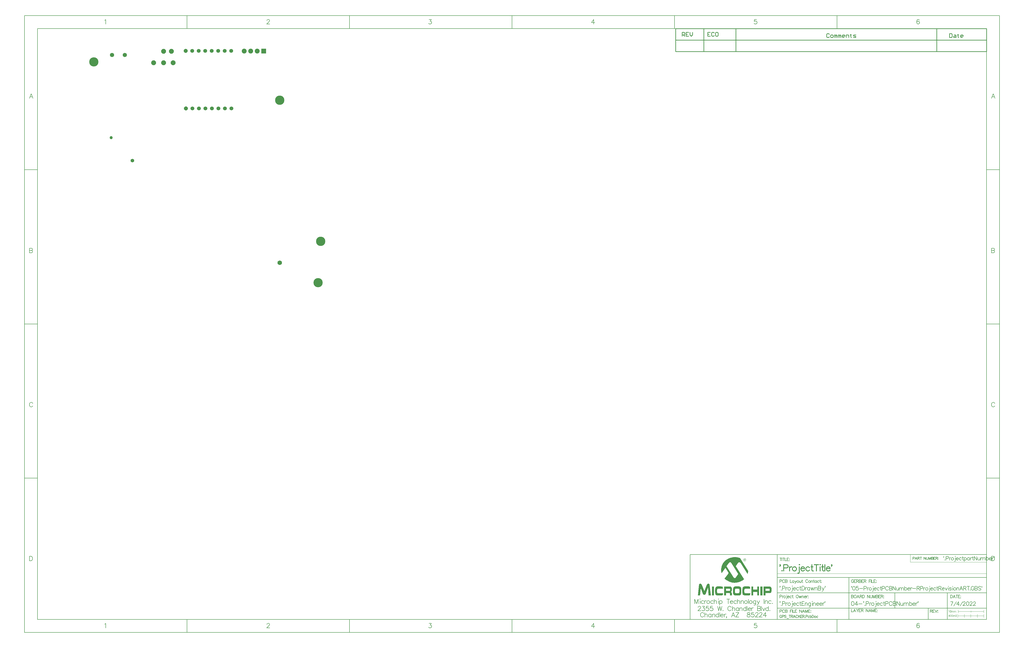
<source format=gbs>
G04*
G04 #@! TF.GenerationSoftware,Altium Limited,Altium Designer,22.6.1 (34)*
G04*
G04 Layer_Color=255*
%FSLAX43Y43*%
%MOMM*%
G71*
G04*
G04 #@! TF.SameCoordinates,4B4C5CB4-E38D-440E-882E-72AC839ECC86*
G04*
G04*
G04 #@! TF.FilePolarity,Negative*
G04*
G01*
G75*
%ADD11C,0.200*%
%ADD12C,0.100*%
%ADD13C,0.254*%
%ADD15C,0.127*%
%ADD16C,0.180*%
%ADD17C,0.178*%
%ADD18C,0.150*%
%ADD19C,0.350*%
%ADD77C,3.600*%
%ADD78C,1.770*%
%ADD79C,3.650*%
%ADD80C,1.495*%
%ADD81P,1.619X8X22.5*%
%ADD82P,2.057X8X22.5*%
%ADD83C,1.400*%
%ADD84C,1.200*%
%ADD85C,1.650*%
%ADD86C,1.900*%
%ADD87R,1.900X1.900*%
G36*
X259352Y-135547D02*
X259440Y-135573D01*
X259542Y-135611D01*
X259631Y-135674D01*
X259720Y-135776D01*
X259783Y-135903D01*
X259809Y-135992D01*
X259809Y-136081D01*
X259809Y-136106D01*
X259796Y-136170D01*
X259783Y-136259D01*
X259745Y-136373D01*
X259682Y-136474D01*
X259580Y-136563D01*
X259440Y-136640D01*
X259364Y-136652D01*
X259263Y-136665D01*
X259225Y-136665D01*
X259174Y-136652D01*
X259123Y-136640D01*
X258983Y-136589D01*
X258907Y-136551D01*
X258844Y-136500D01*
X258831Y-136487D01*
X258818Y-136462D01*
X258793Y-136436D01*
X258767Y-136386D01*
X258704Y-136246D01*
X258691Y-136170D01*
X258678Y-136081D01*
X258678Y-136068D01*
X258678Y-136043D01*
X258691Y-136005D01*
X258704Y-135941D01*
X258755Y-135827D01*
X258805Y-135763D01*
X258856Y-135700D01*
X258869Y-135687D01*
X258882Y-135674D01*
X258920Y-135649D01*
X258971Y-135611D01*
X259098Y-135560D01*
X259174Y-135547D01*
X259263Y-135535D01*
X259288Y-135535D01*
X259352Y-135547D01*
X259352Y-135547D02*
G37*
G36*
X255732Y-135052D02*
X255859Y-135065D01*
X255986Y-135077D01*
X256138Y-135090D01*
X256456Y-135141D01*
X256799Y-135217D01*
X257154Y-135319D01*
X257510Y-135458D01*
X260685Y-140500D01*
X260685Y-140513D01*
X260685Y-140538D01*
X260672Y-140589D01*
X260672Y-140653D01*
X260660Y-140742D01*
X260647Y-140831D01*
X260596Y-141046D01*
X260596Y-141059D01*
X260583Y-141097D01*
X260571Y-141161D01*
X260558Y-141237D01*
X260533Y-141326D01*
X260495Y-141427D01*
X260431Y-141669D01*
X257675Y-137363D01*
X257662Y-137351D01*
X257637Y-137313D01*
X257586Y-137262D01*
X257535Y-137198D01*
X257459Y-137135D01*
X257370Y-137084D01*
X257281Y-137046D01*
X257180Y-137033D01*
X257142Y-137033D01*
X257091Y-137046D01*
X257027Y-137071D01*
X256964Y-137109D01*
X256888Y-137173D01*
X256799Y-137249D01*
X256723Y-137351D01*
X255808Y-138608D01*
X259034Y-143713D01*
X259021Y-143726D01*
X258958Y-143777D01*
X258882Y-143840D01*
X258755Y-143929D01*
X258615Y-144031D01*
X258437Y-144145D01*
X258221Y-144272D01*
X257993Y-144399D01*
X257726Y-144526D01*
X257447Y-144653D01*
X257142Y-144768D01*
X256812Y-144869D01*
X256456Y-144958D01*
X256088Y-145022D01*
X255707Y-145072D01*
X255300Y-145085D01*
X255199Y-145085D01*
X255084Y-145072D01*
X254932Y-145060D01*
X254741Y-145034D01*
X254513Y-144996D01*
X254259Y-144945D01*
X253992Y-144882D01*
X253700Y-144793D01*
X253383Y-144679D01*
X253065Y-144552D01*
X252748Y-144387D01*
X252417Y-144196D01*
X252087Y-143980D01*
X251770Y-143726D01*
X251465Y-143434D01*
X252836Y-141542D01*
X252849Y-141529D01*
X252875Y-141478D01*
X252887Y-141440D01*
X252900Y-141389D01*
X252925Y-141313D01*
X252938Y-141237D01*
X252938Y-141224D01*
X252938Y-141212D01*
X252925Y-141135D01*
X252875Y-141008D01*
X252836Y-140932D01*
X252786Y-140856D01*
X251770Y-139268D01*
X250258Y-141364D01*
X250258Y-141351D01*
X250246Y-141339D01*
X250246Y-141300D01*
X250233Y-141250D01*
X250208Y-141123D01*
X250169Y-140958D01*
X250131Y-140742D01*
X250106Y-140513D01*
X250093Y-140259D01*
X250081Y-139980D01*
X250081Y-139954D01*
X250081Y-139891D01*
X250093Y-139789D01*
X250106Y-139649D01*
X250131Y-139484D01*
X250157Y-139281D01*
X250208Y-139065D01*
X250258Y-138824D01*
X250335Y-138557D01*
X250436Y-138291D01*
X250550Y-138011D01*
X250690Y-137719D01*
X250855Y-137440D01*
X251046Y-137148D01*
X251274Y-136868D01*
X251528Y-136589D01*
X251541Y-136576D01*
X251605Y-136525D01*
X251693Y-136449D01*
X251808Y-136347D01*
X251960Y-136233D01*
X252138Y-136093D01*
X252354Y-135954D01*
X252595Y-135814D01*
X252875Y-135674D01*
X253167Y-135535D01*
X253484Y-135395D01*
X253827Y-135281D01*
X254208Y-135179D01*
X254589Y-135103D01*
X255008Y-135052D01*
X255440Y-135039D01*
X255630Y-135039D01*
X255732Y-135052D01*
X255732Y-135052D02*
G37*
G36*
X260990Y-146520D02*
X261066Y-146520D01*
X261117Y-146533D01*
X261130Y-146533D01*
X261155Y-146546D01*
X261206Y-146571D01*
X261257Y-146596D01*
X261307Y-146647D01*
X261358Y-146698D01*
X261409Y-146774D01*
X261434Y-146876D01*
X261434Y-146888D01*
X261434Y-146914D01*
X261447Y-146952D01*
X261447Y-147015D01*
X261447Y-147092D01*
X261460Y-147181D01*
X261460Y-147295D01*
X261460Y-147435D01*
X259580Y-147384D01*
X259567Y-147384D01*
X259517Y-147396D01*
X259440Y-147422D01*
X259364Y-147460D01*
X259275Y-147549D01*
X259212Y-147676D01*
X259174Y-147752D01*
X259161Y-147854D01*
X259136Y-147955D01*
X259136Y-148082D01*
X259136Y-148463D01*
X259136Y-148476D01*
X259136Y-148489D01*
X259148Y-148565D01*
X259161Y-148679D01*
X259186Y-148806D01*
X259237Y-148933D01*
X259313Y-149047D01*
X259415Y-149124D01*
X259479Y-149136D01*
X259555Y-149149D01*
X261485Y-149149D01*
X261485Y-149174D01*
X261485Y-149238D01*
X261485Y-149327D01*
X261472Y-149441D01*
X261460Y-149568D01*
X261447Y-149682D01*
X261422Y-149771D01*
X261384Y-149848D01*
X261384Y-149860D01*
X261358Y-149873D01*
X261320Y-149898D01*
X261257Y-149936D01*
X261168Y-149975D01*
X261053Y-150000D01*
X260914Y-150013D01*
X260736Y-150025D01*
X259339Y-150025D01*
X259225Y-150000D01*
X259085Y-149975D01*
X258932Y-149936D01*
X258793Y-149873D01*
X258653Y-149784D01*
X258551Y-149657D01*
X258551Y-149644D01*
X258526Y-149606D01*
X258501Y-149543D01*
X258475Y-149441D01*
X258450Y-149327D01*
X258424Y-149174D01*
X258412Y-148997D01*
X258399Y-148793D01*
X258399Y-147765D01*
X258399Y-147752D01*
X258399Y-147727D01*
X258399Y-147676D01*
X258412Y-147625D01*
X258424Y-147473D01*
X258450Y-147295D01*
X258501Y-147104D01*
X258577Y-146914D01*
X258678Y-146761D01*
X258742Y-146685D01*
X258818Y-146634D01*
X258831Y-146634D01*
X258856Y-146609D01*
X258907Y-146596D01*
X258971Y-146571D01*
X259059Y-146546D01*
X259161Y-146533D01*
X259288Y-146507D01*
X260825Y-146507D01*
X260990Y-146520D01*
X260990Y-146520D02*
G37*
G36*
X264914Y-150000D02*
X264178Y-150000D01*
X264178Y-148692D01*
X262628Y-148692D01*
X262628Y-150000D01*
X261942Y-150000D01*
X261942Y-146533D01*
X262628Y-146533D01*
X262628Y-147765D01*
X264178Y-147765D01*
X264178Y-146533D01*
X264914Y-146533D01*
X264914Y-150000D01*
X264914Y-150000D02*
G37*
G36*
X245216Y-145415D02*
X245280Y-145428D01*
X245356Y-145466D01*
X245432Y-145530D01*
X245509Y-145631D01*
X245559Y-145758D01*
X245597Y-145936D01*
X246067Y-150000D01*
X245204Y-150000D01*
X244962Y-147079D01*
X244937Y-147079D01*
X244048Y-149428D01*
X244035Y-149441D01*
X244023Y-149492D01*
X243985Y-149543D01*
X243934Y-149619D01*
X243858Y-149682D01*
X243769Y-149746D01*
X243667Y-149797D01*
X243540Y-149809D01*
X243527Y-149809D01*
X243477Y-149797D01*
X243413Y-149784D01*
X243324Y-149759D01*
X243235Y-149721D01*
X243146Y-149644D01*
X243057Y-149555D01*
X242994Y-149428D01*
X242118Y-147117D01*
X242105Y-147117D01*
X241851Y-150000D01*
X241000Y-150000D01*
X241445Y-145898D01*
X241445Y-145872D01*
X241457Y-145822D01*
X241483Y-145745D01*
X241521Y-145644D01*
X241584Y-145555D01*
X241660Y-145479D01*
X241775Y-145428D01*
X241902Y-145403D01*
X241927Y-145403D01*
X241978Y-145415D01*
X242054Y-145428D01*
X242156Y-145453D01*
X242257Y-145517D01*
X242359Y-145593D01*
X242461Y-145707D01*
X242537Y-145860D01*
X243527Y-148374D01*
X243540Y-148374D01*
X244531Y-145860D01*
X244543Y-145834D01*
X244569Y-145784D01*
X244607Y-145720D01*
X244670Y-145631D01*
X244759Y-145542D01*
X244874Y-145479D01*
X245001Y-145428D01*
X245153Y-145403D01*
X245166Y-145403D01*
X245216Y-145415D01*
X245216Y-145415D02*
G37*
G36*
X269042Y-146546D02*
X269156Y-146558D01*
X269296Y-146609D01*
X269435Y-146673D01*
X269562Y-146774D01*
X269677Y-146927D01*
X269715Y-147015D01*
X269753Y-147117D01*
X269753Y-147130D01*
X269766Y-147155D01*
X269766Y-147219D01*
X269778Y-147282D01*
X269791Y-147371D01*
X269791Y-147473D01*
X269804Y-147600D01*
X269804Y-147727D01*
X269804Y-148006D01*
X269804Y-148019D01*
X269804Y-148031D01*
X269804Y-148108D01*
X269791Y-148209D01*
X269778Y-148349D01*
X269753Y-148489D01*
X269715Y-148641D01*
X269664Y-148781D01*
X269600Y-148895D01*
X269588Y-148908D01*
X269575Y-148933D01*
X269537Y-148971D01*
X269486Y-149009D01*
X269410Y-149047D01*
X269334Y-149086D01*
X269245Y-149111D01*
X269131Y-149124D01*
X267416Y-149124D01*
X267416Y-150000D01*
X266692Y-150000D01*
X266692Y-146533D01*
X268965Y-146533D01*
X269042Y-146546D01*
X269042Y-146546D02*
G37*
G36*
X266235Y-150000D02*
X265422Y-150000D01*
X265422Y-146533D01*
X266235Y-146533D01*
X266235Y-150000D01*
X266235Y-150000D02*
G37*
G36*
X253725Y-146546D02*
X253840Y-146584D01*
X253967Y-146660D01*
X254030Y-146711D01*
X254094Y-146787D01*
X254157Y-146863D01*
X254208Y-146965D01*
X254246Y-147079D01*
X254284Y-147219D01*
X254297Y-147384D01*
X254310Y-147562D01*
X254310Y-147777D01*
X254310Y-147790D01*
X254310Y-147803D01*
X254310Y-147841D01*
X254310Y-147892D01*
X254284Y-148019D01*
X254259Y-148158D01*
X254208Y-148311D01*
X254145Y-148451D01*
X254043Y-148565D01*
X253979Y-148616D01*
X253916Y-148641D01*
X253916Y-148654D01*
X253929Y-148654D01*
X253979Y-148679D01*
X254043Y-148730D01*
X254119Y-148793D01*
X254183Y-148895D01*
X254246Y-149022D01*
X254297Y-149200D01*
X254310Y-149314D01*
X254310Y-149428D01*
X254310Y-150000D01*
X253573Y-150000D01*
X253573Y-149594D01*
X253573Y-149581D01*
X253573Y-149543D01*
X253573Y-149492D01*
X253573Y-149441D01*
X253560Y-149314D01*
X253560Y-149263D01*
X253548Y-149225D01*
X253535Y-149200D01*
X253497Y-149162D01*
X253408Y-149124D01*
X253294Y-149098D01*
X252011Y-149098D01*
X252011Y-150000D01*
X251274Y-150000D01*
X251274Y-146533D01*
X253649Y-146533D01*
X253725Y-146546D01*
X253725Y-146546D02*
G37*
G36*
X247312Y-150000D02*
X246499Y-150000D01*
X246499Y-146533D01*
X247312Y-146533D01*
X247312Y-150000D01*
X247312Y-150000D02*
G37*
G36*
X257154Y-146520D02*
X257281Y-146546D01*
X257421Y-146584D01*
X257561Y-146634D01*
X257675Y-146711D01*
X257777Y-146812D01*
X257789Y-146825D01*
X257815Y-146863D01*
X257840Y-146939D01*
X257891Y-147041D01*
X257929Y-147181D01*
X257954Y-147333D01*
X257980Y-147523D01*
X257993Y-147752D01*
X257993Y-148781D01*
X257993Y-148793D01*
X257993Y-148819D01*
X257993Y-148870D01*
X257980Y-148933D01*
X257967Y-149098D01*
X257929Y-149289D01*
X257866Y-149492D01*
X257777Y-149682D01*
X257650Y-149848D01*
X257574Y-149911D01*
X257485Y-149962D01*
X257472Y-149962D01*
X257447Y-149975D01*
X257408Y-149987D01*
X257345Y-149987D01*
X257269Y-150000D01*
X257180Y-150013D01*
X257066Y-150025D01*
X255694Y-150025D01*
X255592Y-150013D01*
X255453Y-149987D01*
X255313Y-149949D01*
X255173Y-149886D01*
X255034Y-149809D01*
X254932Y-149695D01*
X254919Y-149682D01*
X254907Y-149644D01*
X254868Y-149568D01*
X254843Y-149467D01*
X254805Y-149340D01*
X254767Y-149187D01*
X254754Y-148997D01*
X254741Y-148781D01*
X254741Y-147752D01*
X254741Y-147739D01*
X254741Y-147701D01*
X254741Y-147650D01*
X254754Y-147587D01*
X254754Y-147511D01*
X254780Y-147409D01*
X254818Y-147206D01*
X254894Y-147003D01*
X254995Y-146800D01*
X255059Y-146723D01*
X255148Y-146647D01*
X255237Y-146584D01*
X255338Y-146546D01*
X255351Y-146546D01*
X255376Y-146533D01*
X255415Y-146533D01*
X255465Y-146520D01*
X255529Y-146520D01*
X255605Y-146507D01*
X257053Y-146507D01*
X257154Y-146520D01*
X257154Y-146520D02*
G37*
G36*
X250081Y-146520D02*
X250258Y-146520D01*
X250411Y-146533D01*
X250487Y-146546D01*
X250538Y-146558D01*
X250589Y-146571D01*
X250614Y-146584D01*
X250627Y-146584D01*
X250639Y-146609D01*
X250677Y-146660D01*
X250716Y-146723D01*
X250741Y-146825D01*
X250779Y-146965D01*
X250792Y-147155D01*
X250804Y-147257D01*
X250804Y-147384D01*
X248912Y-147384D01*
X248823Y-147396D01*
X248722Y-147447D01*
X248671Y-147473D01*
X248620Y-147523D01*
X248620Y-147536D01*
X248607Y-147549D01*
X248582Y-147587D01*
X248569Y-147650D01*
X248544Y-147727D01*
X248518Y-147816D01*
X248506Y-147943D01*
X248506Y-148082D01*
X248506Y-148463D01*
X248506Y-148476D01*
X248506Y-148527D01*
X248506Y-148603D01*
X248518Y-148679D01*
X248531Y-148857D01*
X248544Y-148933D01*
X248569Y-148984D01*
X248569Y-148997D01*
X248582Y-149009D01*
X248645Y-149060D01*
X248696Y-149098D01*
X248760Y-149124D01*
X248836Y-149136D01*
X248925Y-149149D01*
X250855Y-149149D01*
X250855Y-149174D01*
X250855Y-149225D01*
X250855Y-149314D01*
X250843Y-149416D01*
X250830Y-149530D01*
X250817Y-149644D01*
X250792Y-149733D01*
X250754Y-149809D01*
X250741Y-149822D01*
X250728Y-149848D01*
X250677Y-149873D01*
X250627Y-149911D01*
X250538Y-149962D01*
X250423Y-149987D01*
X250284Y-150013D01*
X250106Y-150025D01*
X248709Y-150025D01*
X248595Y-150013D01*
X248480Y-149987D01*
X248341Y-149962D01*
X248201Y-149911D01*
X248074Y-149835D01*
X247972Y-149746D01*
X247960Y-149733D01*
X247934Y-149695D01*
X247896Y-149619D01*
X247858Y-149517D01*
X247820Y-149390D01*
X247782Y-149225D01*
X247756Y-149022D01*
X247744Y-148781D01*
X247744Y-147752D01*
X247744Y-147739D01*
X247744Y-147701D01*
X247744Y-147650D01*
X247756Y-147574D01*
X247769Y-147485D01*
X247782Y-147396D01*
X247833Y-147181D01*
X247922Y-146965D01*
X248049Y-146761D01*
X248125Y-146673D01*
X248226Y-146609D01*
X248328Y-146558D01*
X248455Y-146520D01*
X248480Y-146520D01*
X248557Y-146507D01*
X249915Y-146507D01*
X250081Y-146520D01*
X250081Y-146520D02*
G37*
%LPC*%
G36*
X259263Y-135624D02*
X259237Y-135624D01*
X259186Y-135636D01*
X259110Y-135649D01*
X259021Y-135674D01*
X258920Y-135738D01*
X258844Y-135814D01*
X258793Y-135928D01*
X258767Y-136081D01*
X258767Y-136093D01*
X258767Y-136119D01*
X258780Y-136157D01*
X258780Y-136195D01*
X258831Y-136322D01*
X258856Y-136373D01*
X258907Y-136436D01*
X258920Y-136436D01*
X258932Y-136462D01*
X259009Y-136500D01*
X259110Y-136551D01*
X259186Y-136563D01*
X259263Y-136576D01*
X259288Y-136576D01*
X259339Y-136563D01*
X259402Y-136551D01*
X259491Y-136513D01*
X259580Y-136449D01*
X259644Y-136373D01*
X259694Y-136246D01*
X259720Y-136081D01*
X259720Y-136055D01*
X259707Y-136005D01*
X259694Y-135941D01*
X259669Y-135852D01*
X259605Y-135763D01*
X259529Y-135700D01*
X259415Y-135649D01*
X259263Y-135624D01*
X259263Y-135624D02*
G37*
%LPD*%
G36*
X259390Y-135789D02*
X259428Y-135814D01*
X259466Y-135839D01*
X259491Y-135890D01*
X259504Y-135954D01*
X259504Y-135966D01*
X259504Y-135979D01*
X259479Y-136043D01*
X259440Y-136119D01*
X259390Y-136144D01*
X259339Y-136157D01*
X259517Y-136436D01*
X259415Y-136436D01*
X259225Y-136157D01*
X259123Y-136157D01*
X259123Y-136436D01*
X259021Y-136436D01*
X259021Y-135763D01*
X259301Y-135763D01*
X259390Y-135789D01*
X259390Y-135789D02*
G37*
%LPC*%
G36*
X259288Y-135852D02*
X259123Y-135852D01*
X259123Y-136068D01*
X259301Y-136068D01*
X259339Y-136055D01*
X259377Y-136017D01*
X259390Y-135954D01*
X259390Y-135941D01*
X259377Y-135903D01*
X259352Y-135865D01*
X259288Y-135852D01*
X259288Y-135852D02*
G37*
G36*
X253611Y-137021D02*
X253573Y-137021D01*
X253522Y-137033D01*
X253459Y-137059D01*
X253383Y-137097D01*
X253306Y-137160D01*
X253217Y-137236D01*
X253129Y-137338D01*
X252227Y-138595D01*
X254932Y-142875D01*
X254945Y-142888D01*
X254970Y-142939D01*
X255021Y-142990D01*
X255084Y-143066D01*
X255148Y-143129D01*
X255224Y-143193D01*
X255313Y-143244D01*
X255389Y-143256D01*
X255440Y-143256D01*
X255478Y-143244D01*
X255542Y-143218D01*
X255618Y-143193D01*
X255694Y-143142D01*
X255770Y-143066D01*
X255846Y-142977D01*
X256786Y-141618D01*
X254081Y-137351D01*
X254068Y-137338D01*
X254043Y-137300D01*
X254005Y-137249D01*
X253941Y-137186D01*
X253878Y-137122D01*
X253802Y-137071D01*
X253713Y-137033D01*
X253611Y-137021D01*
X253611Y-137021D02*
G37*
G36*
X268775Y-147371D02*
X267416Y-147371D01*
X267416Y-148260D01*
X268864Y-148260D01*
X268889Y-148235D01*
X268940Y-148209D01*
X268978Y-148171D01*
X269004Y-148108D01*
X269029Y-148019D01*
X269042Y-147892D01*
X269042Y-147765D01*
X269042Y-147752D01*
X269042Y-147701D01*
X269029Y-147638D01*
X269004Y-147562D01*
X268978Y-147498D01*
X268927Y-147435D01*
X268864Y-147384D01*
X268775Y-147371D01*
X268775Y-147371D02*
G37*
G36*
X253256Y-147371D02*
X252011Y-147371D01*
X252011Y-148235D01*
X253383Y-148235D01*
X253421Y-148209D01*
X253484Y-148184D01*
X253535Y-148146D01*
X253573Y-148082D01*
X253611Y-147993D01*
X253624Y-147866D01*
X253624Y-147765D01*
X253624Y-147752D01*
X253624Y-147701D01*
X253611Y-147638D01*
X253573Y-147562D01*
X253535Y-147498D01*
X253471Y-147435D01*
X253383Y-147384D01*
X253256Y-147371D01*
X253256Y-147371D02*
G37*
G36*
X256786Y-147371D02*
X255897Y-147371D01*
X255859Y-147384D01*
X255808Y-147396D01*
X255707Y-147435D01*
X255656Y-147485D01*
X255605Y-147536D01*
X255605Y-147549D01*
X255592Y-147562D01*
X255567Y-147600D01*
X255554Y-147663D01*
X255529Y-147739D01*
X255503Y-147828D01*
X255491Y-147943D01*
X255491Y-148082D01*
X255491Y-148463D01*
X255491Y-148476D01*
X255491Y-148527D01*
X255491Y-148590D01*
X255503Y-148679D01*
X255529Y-148857D01*
X255542Y-148946D01*
X255567Y-149009D01*
X255580Y-149035D01*
X255643Y-149073D01*
X255681Y-149098D01*
X255745Y-149124D01*
X255808Y-149136D01*
X255897Y-149149D01*
X256850Y-149149D01*
X256900Y-149136D01*
X256964Y-149111D01*
X257053Y-149060D01*
X257129Y-148984D01*
X257205Y-148857D01*
X257231Y-148781D01*
X257256Y-148692D01*
X257269Y-148578D01*
X257269Y-148463D01*
X257269Y-148082D01*
X257269Y-148070D01*
X257269Y-148019D01*
X257256Y-147955D01*
X257256Y-147866D01*
X257205Y-147689D01*
X257180Y-147600D01*
X257129Y-147536D01*
X257129Y-147523D01*
X257104Y-147511D01*
X257040Y-147447D01*
X256926Y-147396D01*
X256862Y-147384D01*
X256786Y-147371D01*
X256786Y-147371D02*
G37*
%LPD*%
D11*
X337071Y-134893D02*
X337000Y-134822D01*
X337071Y-134750D01*
X337143Y-134822D01*
X337143Y-134965D01*
X337071Y-135107D01*
X337000Y-135179D01*
X337543Y-136107D02*
X337471Y-136179D01*
X337543Y-136250D01*
X337614Y-136179D01*
X337543Y-136107D01*
X337943Y-135536D02*
X338585Y-135536D01*
X338800Y-135464D01*
X338871Y-135393D01*
X338942Y-135250D01*
X338942Y-135036D01*
X338871Y-134893D01*
X338800Y-134822D01*
X338585Y-134750D01*
X337943Y-134750D01*
X337943Y-136250D01*
X339278Y-135250D02*
X339278Y-136250D01*
X339278Y-135679D02*
X339350Y-135464D01*
X339492Y-135322D01*
X339635Y-135250D01*
X339849Y-135250D01*
X340342Y-135250D02*
X340199Y-135322D01*
X340057Y-135464D01*
X339985Y-135679D01*
X339985Y-135821D01*
X340057Y-136036D01*
X340199Y-136179D01*
X340342Y-136250D01*
X340556Y-136250D01*
X340699Y-136179D01*
X340842Y-136036D01*
X340913Y-135821D01*
X340913Y-135679D01*
X340842Y-135464D01*
X340699Y-135322D01*
X340556Y-135250D01*
X340342Y-135250D01*
X341528Y-134750D02*
X341599Y-134822D01*
X341670Y-134750D01*
X341599Y-134679D01*
X341528Y-134750D01*
X341599Y-135250D02*
X341599Y-136464D01*
X341528Y-136678D01*
X341385Y-136750D01*
X341242Y-136750D01*
X341949Y-135679D02*
X342806Y-135679D01*
X342806Y-135536D01*
X342734Y-135393D01*
X342663Y-135322D01*
X342520Y-135250D01*
X342306Y-135250D01*
X342163Y-135322D01*
X342020Y-135464D01*
X341949Y-135679D01*
X341949Y-135821D01*
X342020Y-136036D01*
X342163Y-136179D01*
X342306Y-136250D01*
X342520Y-136250D01*
X342663Y-136179D01*
X342806Y-136036D01*
X343984Y-135464D02*
X343841Y-135322D01*
X343699Y-135250D01*
X343484Y-135250D01*
X343342Y-135322D01*
X343199Y-135464D01*
X343127Y-135679D01*
X343127Y-135821D01*
X343199Y-136036D01*
X343342Y-136179D01*
X343484Y-136250D01*
X343699Y-136250D01*
X343841Y-136179D01*
X343984Y-136036D01*
X344520Y-134750D02*
X344520Y-135964D01*
X344591Y-136179D01*
X344734Y-136250D01*
X344877Y-136250D01*
X344306Y-135250D02*
X344805Y-135250D01*
X345091Y-135250D02*
X345091Y-136750D01*
X345091Y-135464D02*
X345234Y-135322D01*
X345377Y-135250D01*
X345591Y-135250D01*
X345734Y-135322D01*
X345877Y-135464D01*
X345948Y-135679D01*
X345948Y-135821D01*
X345877Y-136036D01*
X345734Y-136179D01*
X345591Y-136250D01*
X345377Y-136250D01*
X345234Y-136179D01*
X345091Y-136036D01*
X347126Y-135250D02*
X347126Y-136250D01*
X347126Y-135464D02*
X346984Y-135322D01*
X346841Y-135250D01*
X346627Y-135250D01*
X346484Y-135322D01*
X346341Y-135464D01*
X346269Y-135679D01*
X346269Y-135821D01*
X346341Y-136036D01*
X346484Y-136179D01*
X346627Y-136250D01*
X346841Y-136250D01*
X346984Y-136179D01*
X347126Y-136036D01*
X347526Y-135250D02*
X347526Y-136250D01*
X347526Y-135679D02*
X347598Y-135464D01*
X347741Y-135322D01*
X347883Y-135250D01*
X348098Y-135250D01*
X348448Y-134750D02*
X348448Y-135964D01*
X348519Y-136179D01*
X348662Y-136250D01*
X348805Y-136250D01*
X348233Y-135250D02*
X348733Y-135250D01*
X349019Y-134750D02*
X349019Y-136250D01*
X349019Y-134750D02*
X350019Y-136250D01*
X350019Y-134750D02*
X350019Y-136250D01*
X350433Y-135250D02*
X350433Y-135964D01*
X350504Y-136179D01*
X350647Y-136250D01*
X350861Y-136250D01*
X351004Y-136179D01*
X351218Y-135964D01*
X351218Y-135250D02*
X351218Y-136250D01*
X351611Y-135250D02*
X351611Y-136250D01*
X351611Y-135536D02*
X351825Y-135322D01*
X351968Y-135250D01*
X352182Y-135250D01*
X352325Y-135322D01*
X352397Y-135536D01*
X352397Y-136250D01*
X352397Y-135536D02*
X352611Y-135322D01*
X352754Y-135250D01*
X352968Y-135250D01*
X353111Y-135322D01*
X353182Y-135536D01*
X353182Y-136250D01*
X353654Y-134750D02*
X353654Y-136250D01*
X353654Y-135464D02*
X353796Y-135322D01*
X353939Y-135250D01*
X354154Y-135250D01*
X354296Y-135322D01*
X354439Y-135464D01*
X354511Y-135679D01*
X354511Y-135821D01*
X354439Y-136036D01*
X354296Y-136179D01*
X354154Y-136250D01*
X353939Y-136250D01*
X353796Y-136179D01*
X353654Y-136036D01*
X354832Y-135679D02*
X355689Y-135679D01*
X355689Y-135536D01*
X355617Y-135393D01*
X355546Y-135322D01*
X355403Y-135250D01*
X355189Y-135250D01*
X355046Y-135322D01*
X354903Y-135464D01*
X354832Y-135679D01*
X354832Y-135821D01*
X354903Y-136036D01*
X355046Y-136179D01*
X355189Y-136250D01*
X355403Y-136250D01*
X355546Y-136179D01*
X355689Y-136036D01*
X356010Y-135250D02*
X356010Y-136250D01*
X356010Y-135679D02*
X356082Y-135464D01*
X356224Y-135322D01*
X356367Y-135250D01*
X356582Y-135250D01*
X356789Y-134893D02*
X356717Y-134822D01*
X356789Y-134750D01*
X356860Y-134822D01*
X356860Y-134965D01*
X356789Y-135107D01*
X356717Y-135179D01*
D12*
X347700Y-156600D02*
X347700Y-156000D01*
X342540Y-158635D02*
X342540Y-157365D01*
X345080Y-158635D02*
X345080Y-157365D01*
X347620Y-158635D02*
X347620Y-157365D01*
X350160Y-158635D02*
X350160Y-157365D01*
X352700Y-158635D02*
X352700Y-157365D01*
X342540Y-158000D02*
X352700Y-158000D01*
X342700Y-156300D02*
X352700Y-156300D01*
X353820Y-137000D02*
X353820Y-137000D01*
X342700Y-156800D02*
X342700Y-155800D01*
X352700Y-156800D02*
X352700Y-155800D01*
X324000Y-137000D02*
X324000Y-134000D01*
X324000Y-137000D02*
X353820Y-137000D01*
X272000Y-141500D02*
X353820Y-141500D01*
X339233Y-157600D02*
X338900Y-158067D01*
X339400Y-158067D01*
X339233Y-157600D02*
X339233Y-158300D01*
X339723Y-157600D02*
X339623Y-157633D01*
X339557Y-157733D01*
X339523Y-157900D01*
X339523Y-158000D01*
X339557Y-158167D01*
X339623Y-158267D01*
X339723Y-158300D01*
X339790Y-158300D01*
X339890Y-158267D01*
X339956Y-158167D01*
X339990Y-158000D01*
X339990Y-157900D01*
X339956Y-157733D01*
X339890Y-157633D01*
X339790Y-157600D01*
X339723Y-157600D01*
X340346Y-157600D02*
X340246Y-157633D01*
X340180Y-157733D01*
X340146Y-157900D01*
X340146Y-158000D01*
X340180Y-158167D01*
X340246Y-158267D01*
X340346Y-158300D01*
X340413Y-158300D01*
X340513Y-158267D01*
X340580Y-158167D01*
X340613Y-158000D01*
X340613Y-157900D01*
X340580Y-157733D01*
X340513Y-157633D01*
X340413Y-157600D01*
X340346Y-157600D01*
X340770Y-157833D02*
X340770Y-158300D01*
X340770Y-157967D02*
X340870Y-157867D01*
X340936Y-157833D01*
X341036Y-157833D01*
X341103Y-157867D01*
X341136Y-157967D01*
X341136Y-158300D01*
X341136Y-157967D02*
X341236Y-157867D01*
X341303Y-157833D01*
X341403Y-157833D01*
X341469Y-157867D01*
X341503Y-157967D01*
X341503Y-158300D01*
X341789Y-157600D02*
X341823Y-157633D01*
X341856Y-157600D01*
X341823Y-157567D01*
X341789Y-157600D01*
X341823Y-157833D02*
X341823Y-158300D01*
X341979Y-157600D02*
X341979Y-158300D01*
X339000Y-156033D02*
X339067Y-156000D01*
X339167Y-155900D01*
X339167Y-156600D01*
X339713Y-155900D02*
X339613Y-155933D01*
X339547Y-156033D01*
X339513Y-156200D01*
X339513Y-156300D01*
X339547Y-156467D01*
X339613Y-156567D01*
X339713Y-156600D01*
X339780Y-156600D01*
X339880Y-156567D01*
X339946Y-156467D01*
X339980Y-156300D01*
X339980Y-156200D01*
X339946Y-156033D01*
X339880Y-155933D01*
X339780Y-155900D01*
X339713Y-155900D01*
X340136Y-156133D02*
X340136Y-156600D01*
X340136Y-156267D02*
X340236Y-156167D01*
X340303Y-156133D01*
X340403Y-156133D01*
X340470Y-156167D01*
X340503Y-156267D01*
X340503Y-156600D01*
X340503Y-156267D02*
X340603Y-156167D01*
X340670Y-156133D01*
X340770Y-156133D01*
X340836Y-156167D01*
X340870Y-156267D01*
X340870Y-156600D01*
X341090Y-156133D02*
X341090Y-156600D01*
X341090Y-156267D02*
X341190Y-156167D01*
X341256Y-156133D01*
X341356Y-156133D01*
X341423Y-156167D01*
X341456Y-156267D01*
X341456Y-156600D01*
X341456Y-156267D02*
X341556Y-156167D01*
X341623Y-156133D01*
X341723Y-156133D01*
X341789Y-156167D01*
X341823Y-156267D01*
X341823Y-156600D01*
D13*
X353820Y62720D02*
X353820Y71720D01*
X232320Y71720D02*
X353820Y71720D01*
X255820Y62720D02*
X255820Y67220D01*
X232320Y67220D02*
X232320Y71720D01*
X232320Y67220D02*
X353820Y67220D01*
X243320Y67220D02*
X243320Y71720D01*
X255820Y67220D02*
X255820Y71720D01*
X334320Y67220D02*
X334320Y71720D01*
X232320Y62720D02*
X232320Y67220D01*
X232320Y62720D02*
X353820Y62720D01*
X334320Y62720D02*
X334320Y67220D01*
X243320Y62720D02*
X243320Y67220D01*
X234820Y68720D02*
X234820Y70244D01*
X235582Y70244D01*
X235836Y69990D01*
X235836Y69482D01*
X235582Y69228D01*
X234820Y69228D01*
X235328Y69228D02*
X235836Y68720D01*
X237359Y70244D02*
X236344Y70244D01*
X236344Y68720D01*
X237359Y68720D01*
X236344Y69482D02*
X236851Y69482D01*
X237867Y70244D02*
X237867Y69228D01*
X238375Y68720D01*
X238883Y69228D01*
X238883Y70244D01*
X245836Y70244D02*
X244820Y70244D01*
X244820Y68720D01*
X245836Y68720D01*
X244820Y69482D02*
X245328Y69482D01*
X247359Y69990D02*
X247105Y70244D01*
X246597Y70244D01*
X246344Y69990D01*
X246344Y68974D01*
X246597Y68720D01*
X247105Y68720D01*
X247359Y68974D01*
X248629Y70244D02*
X248121Y70244D01*
X247867Y69990D01*
X247867Y68974D01*
X248121Y68720D01*
X248629Y68720D01*
X248883Y68974D01*
X248883Y69990D01*
X248629Y70244D01*
X292336Y69490D02*
X292082Y69744D01*
X291574Y69744D01*
X291320Y69490D01*
X291320Y68474D01*
X291574Y68220D01*
X292082Y68220D01*
X292336Y68474D01*
X293097Y68220D02*
X293605Y68220D01*
X293859Y68474D01*
X293859Y68982D01*
X293605Y69236D01*
X293097Y69236D01*
X292844Y68982D01*
X292844Y68474D01*
X293097Y68220D01*
X294367Y68220D02*
X294367Y69236D01*
X294621Y69236D01*
X294875Y68982D01*
X294875Y68220D01*
X294875Y68982D01*
X295129Y69236D01*
X295383Y68982D01*
X295383Y68220D01*
X295891Y68220D02*
X295891Y69236D01*
X296144Y69236D01*
X296398Y68982D01*
X296398Y68220D01*
X296398Y68982D01*
X296652Y69236D01*
X296906Y68982D01*
X296906Y68220D01*
X298176Y68220D02*
X297668Y68220D01*
X297414Y68474D01*
X297414Y68982D01*
X297668Y69236D01*
X298176Y69236D01*
X298430Y68982D01*
X298430Y68728D01*
X297414Y68728D01*
X298938Y68220D02*
X298938Y69236D01*
X299699Y69236D01*
X299953Y68982D01*
X299953Y68220D01*
X300715Y69490D02*
X300715Y69236D01*
X300461Y69236D01*
X300969Y69236D01*
X300715Y69236D01*
X300715Y68474D01*
X300969Y68220D01*
X301731Y68220D02*
X302492Y68220D01*
X302746Y68474D01*
X302492Y68728D01*
X301985Y68728D01*
X301731Y68982D01*
X301985Y69236D01*
X302746Y69236D01*
X339320Y69744D02*
X339320Y68220D01*
X340082Y68220D01*
X340336Y68474D01*
X340336Y69490D01*
X340082Y69744D01*
X339320Y69744D01*
X341097Y69236D02*
X341605Y69236D01*
X341859Y68982D01*
X341859Y68220D01*
X341097Y68220D01*
X340844Y68474D01*
X341097Y68728D01*
X341859Y68728D01*
X342621Y69490D02*
X342621Y69236D01*
X342367Y69236D01*
X342875Y69236D01*
X342621Y69236D01*
X342621Y68474D01*
X342875Y68220D01*
X344398Y68220D02*
X343891Y68220D01*
X343637Y68474D01*
X343637Y68982D01*
X343891Y69236D01*
X344398Y69236D01*
X344652Y68982D01*
X344652Y68728D01*
X343637Y68728D01*
D15*
X331000Y-159420D02*
X331000Y-155000D01*
X300000Y-159420D02*
X300000Y-143000D01*
X318000Y-155000D02*
X318000Y-149000D01*
X338500Y-159420D02*
X338500Y-149000D01*
X238000Y-159420D02*
X238000Y-134000D01*
X272000Y-159420D02*
X272000Y-134000D01*
X353820Y-159420D02*
X353820Y-134000D01*
X238000Y-159420D02*
X353820Y-159420D01*
X272000Y-155000D02*
X353820Y-155000D01*
X272000Y-149000D02*
X353820Y-149000D01*
X272000Y-143000D02*
X353820Y-143000D01*
X238000Y-134000D02*
X353820Y-134000D01*
X203960Y-159420D02*
X239520Y-159420D01*
X41400Y-164500D02*
X41400Y-159420D01*
X-22100Y-104175D02*
X-17020Y-104175D01*
X-22100Y-43850D02*
X-17020Y-43850D01*
X-22100Y16475D02*
X-17020Y16475D01*
X-17020Y-159420D02*
X353820Y-159420D01*
X-17020Y-159420D02*
X-17020Y71720D01*
X-22100Y-164500D02*
X358900Y-164500D01*
X-22100Y-164500D02*
X-22100Y76800D01*
X353820Y-159420D02*
X353820Y-128940D01*
X104900Y-164500D02*
X104900Y-159420D01*
X168400Y-164500D02*
X168400Y-159420D01*
X231900Y-164500D02*
X231900Y-159420D01*
X295400Y-164500D02*
X295400Y-159420D01*
X353820Y-104175D02*
X358900Y-104175D01*
X353820Y-43850D02*
X358900Y-43850D01*
X353820Y16475D02*
X358900Y16475D01*
X358900Y-164500D02*
X358900Y76800D01*
X353820Y-159420D02*
X353820Y71720D01*
X41400Y71720D02*
X41400Y76800D01*
X-22100Y76800D02*
X358900Y76800D01*
X-17020Y71720D02*
X353820Y71720D01*
X104900Y71720D02*
X104900Y76800D01*
X168400Y71720D02*
X168400Y76800D01*
X231900Y71720D02*
X231900Y76800D01*
X295400Y71720D02*
X295400Y76800D01*
X301000Y-155357D02*
X301000Y-156500D01*
X301653Y-156500D01*
X302649Y-156500D02*
X302214Y-155357D01*
X301778Y-156500D01*
X301941Y-156119D02*
X302486Y-156119D01*
X302915Y-155357D02*
X303351Y-155901D01*
X303351Y-156500D01*
X303786Y-155357D02*
X303351Y-155901D01*
X304641Y-155357D02*
X303933Y-155357D01*
X303933Y-156500D01*
X304641Y-156500D01*
X303933Y-155901D02*
X304368Y-155901D01*
X304831Y-155357D02*
X304831Y-156500D01*
X304831Y-155357D02*
X305321Y-155357D01*
X305484Y-155412D01*
X305538Y-155466D01*
X305593Y-155575D01*
X305593Y-155684D01*
X305538Y-155793D01*
X305484Y-155847D01*
X305321Y-155901D01*
X304831Y-155901D01*
X305212Y-155901D02*
X305593Y-156500D01*
X306746Y-155357D02*
X306746Y-156500D01*
X306746Y-155357D02*
X307508Y-156500D01*
X307508Y-155357D02*
X307508Y-156500D01*
X308695Y-156500D02*
X308259Y-155357D01*
X307824Y-156500D01*
X307987Y-156119D02*
X308531Y-156119D01*
X308961Y-155357D02*
X308961Y-156500D01*
X308961Y-155357D02*
X309397Y-156500D01*
X309832Y-155357D02*
X309397Y-156500D01*
X309832Y-155357D02*
X309832Y-156500D01*
X310866Y-155357D02*
X310158Y-155357D01*
X310158Y-156500D01*
X310866Y-156500D01*
X310158Y-155901D02*
X310594Y-155901D01*
X311111Y-155738D02*
X311056Y-155793D01*
X311111Y-155847D01*
X311165Y-155793D01*
X311111Y-155738D01*
X311111Y-156391D02*
X311056Y-156446D01*
X311111Y-156500D01*
X311165Y-156446D01*
X311111Y-156391D01*
X331750Y-155607D02*
X331750Y-156750D01*
X331750Y-155607D02*
X332240Y-155607D01*
X332403Y-155662D01*
X332457Y-155716D01*
X332512Y-155825D01*
X332512Y-155934D01*
X332457Y-156043D01*
X332403Y-156097D01*
X332240Y-156151D01*
X331750Y-156151D01*
X332131Y-156151D02*
X332512Y-156750D01*
X333475Y-155607D02*
X332768Y-155607D01*
X332768Y-156750D01*
X333475Y-156750D01*
X332768Y-156151D02*
X333203Y-156151D01*
X333665Y-155607D02*
X334101Y-156750D01*
X334536Y-155607D02*
X334101Y-156750D01*
X334737Y-155988D02*
X334683Y-156043D01*
X334737Y-156097D01*
X334792Y-156043D01*
X334737Y-155988D01*
X334737Y-156641D02*
X334683Y-156696D01*
X334737Y-156750D01*
X334792Y-156696D01*
X334737Y-156641D01*
X339700Y-149857D02*
X339700Y-151000D01*
X339700Y-149857D02*
X340081Y-149857D01*
X340244Y-149912D01*
X340353Y-150020D01*
X340407Y-150129D01*
X340462Y-150293D01*
X340462Y-150565D01*
X340407Y-150728D01*
X340353Y-150837D01*
X340244Y-150946D01*
X340081Y-151000D01*
X339700Y-151000D01*
X341588Y-151000D02*
X341153Y-149857D01*
X340718Y-151000D01*
X340881Y-150619D02*
X341425Y-150619D01*
X342236Y-149857D02*
X342236Y-151000D01*
X341855Y-149857D02*
X342617Y-149857D01*
X343460Y-149857D02*
X342753Y-149857D01*
X342753Y-151000D01*
X343460Y-151000D01*
X342753Y-150401D02*
X343188Y-150401D01*
X343705Y-150238D02*
X343651Y-150293D01*
X343705Y-150347D01*
X343760Y-150293D01*
X343705Y-150238D01*
X343705Y-150891D02*
X343651Y-150946D01*
X343705Y-151000D01*
X343760Y-150946D01*
X343705Y-150891D01*
X273381Y-135357D02*
X273381Y-136500D01*
X273000Y-135357D02*
X273762Y-135357D01*
X273898Y-135357D02*
X273898Y-136500D01*
X274518Y-135357D02*
X274518Y-136500D01*
X274137Y-135357D02*
X274899Y-135357D01*
X275035Y-135357D02*
X275035Y-136500D01*
X275688Y-136500D01*
X276521Y-135357D02*
X275813Y-135357D01*
X275813Y-136500D01*
X276521Y-136500D01*
X275813Y-135901D02*
X276249Y-135901D01*
X276766Y-135738D02*
X276711Y-135793D01*
X276766Y-135847D01*
X276820Y-135793D01*
X276766Y-135738D01*
X276766Y-136391D02*
X276711Y-136446D01*
X276766Y-136500D01*
X276820Y-136446D01*
X276766Y-136391D01*
D16*
X273076Y-152553D02*
X273000Y-152477D01*
X273076Y-152400D01*
X273152Y-152477D01*
X273152Y-152629D01*
X273076Y-152781D01*
X273000Y-152857D01*
X273579Y-153848D02*
X273503Y-153924D01*
X273579Y-154000D01*
X273655Y-153924D01*
X273579Y-153848D01*
X274006Y-153238D02*
X274691Y-153238D01*
X274920Y-153162D01*
X274996Y-153086D01*
X275072Y-152934D01*
X275072Y-152705D01*
X274996Y-152553D01*
X274920Y-152477D01*
X274691Y-152400D01*
X274006Y-152400D01*
X274006Y-154000D01*
X275430Y-152934D02*
X275430Y-154000D01*
X275430Y-153391D02*
X275506Y-153162D01*
X275658Y-153010D01*
X275811Y-152934D01*
X276039Y-152934D01*
X276565Y-152934D02*
X276413Y-153010D01*
X276260Y-153162D01*
X276184Y-153391D01*
X276184Y-153543D01*
X276260Y-153771D01*
X276413Y-153924D01*
X276565Y-154000D01*
X276793Y-154000D01*
X276946Y-153924D01*
X277098Y-153771D01*
X277174Y-153543D01*
X277174Y-153391D01*
X277098Y-153162D01*
X276946Y-153010D01*
X276793Y-152934D01*
X276565Y-152934D01*
X277829Y-152400D02*
X277906Y-152477D01*
X277982Y-152400D01*
X277906Y-152324D01*
X277829Y-152400D01*
X277906Y-152934D02*
X277906Y-154229D01*
X277829Y-154457D01*
X277677Y-154533D01*
X277525Y-154533D01*
X278279Y-153391D02*
X279193Y-153391D01*
X279193Y-153238D01*
X279117Y-153086D01*
X279041Y-153010D01*
X278888Y-152934D01*
X278660Y-152934D01*
X278507Y-153010D01*
X278355Y-153162D01*
X278279Y-153391D01*
X278279Y-153543D01*
X278355Y-153771D01*
X278507Y-153924D01*
X278660Y-154000D01*
X278888Y-154000D01*
X279041Y-153924D01*
X279193Y-153771D01*
X280450Y-153162D02*
X280297Y-153010D01*
X280145Y-152934D01*
X279917Y-152934D01*
X279764Y-153010D01*
X279612Y-153162D01*
X279536Y-153391D01*
X279536Y-153543D01*
X279612Y-153771D01*
X279764Y-153924D01*
X279917Y-154000D01*
X280145Y-154000D01*
X280297Y-153924D01*
X280450Y-153771D01*
X281021Y-152400D02*
X281021Y-153695D01*
X281097Y-153924D01*
X281250Y-154000D01*
X281402Y-154000D01*
X280793Y-152934D02*
X281326Y-152934D01*
X282621Y-152400D02*
X281631Y-152400D01*
X281631Y-154000D01*
X282621Y-154000D01*
X281631Y-153162D02*
X282240Y-153162D01*
X282887Y-152934D02*
X282887Y-154000D01*
X282887Y-153238D02*
X283116Y-153010D01*
X283268Y-152934D01*
X283497Y-152934D01*
X283649Y-153010D01*
X283725Y-153238D01*
X283725Y-154000D01*
X285058Y-152934D02*
X285058Y-154152D01*
X284982Y-154381D01*
X284906Y-154457D01*
X284754Y-154533D01*
X284525Y-154533D01*
X284373Y-154457D01*
X285058Y-153162D02*
X284906Y-153010D01*
X284754Y-152934D01*
X284525Y-152934D01*
X284373Y-153010D01*
X284220Y-153162D01*
X284144Y-153391D01*
X284144Y-153543D01*
X284220Y-153771D01*
X284373Y-153924D01*
X284525Y-154000D01*
X284754Y-154000D01*
X284906Y-153924D01*
X285058Y-153771D01*
X285637Y-152400D02*
X285713Y-152477D01*
X285790Y-152400D01*
X285713Y-152324D01*
X285637Y-152400D01*
X285713Y-152934D02*
X285713Y-154000D01*
X286072Y-152934D02*
X286072Y-154000D01*
X286072Y-153238D02*
X286300Y-153010D01*
X286452Y-152934D01*
X286681Y-152934D01*
X286833Y-153010D01*
X286909Y-153238D01*
X286909Y-154000D01*
X287328Y-153391D02*
X288242Y-153391D01*
X288242Y-153238D01*
X288166Y-153086D01*
X288090Y-153010D01*
X287938Y-152934D01*
X287709Y-152934D01*
X287557Y-153010D01*
X287405Y-153162D01*
X287328Y-153391D01*
X287328Y-153543D01*
X287405Y-153771D01*
X287557Y-153924D01*
X287709Y-154000D01*
X287938Y-154000D01*
X288090Y-153924D01*
X288242Y-153771D01*
X288585Y-153391D02*
X289499Y-153391D01*
X289499Y-153238D01*
X289423Y-153086D01*
X289347Y-153010D01*
X289195Y-152934D01*
X288966Y-152934D01*
X288814Y-153010D01*
X288661Y-153162D01*
X288585Y-153391D01*
X288585Y-153543D01*
X288661Y-153771D01*
X288814Y-153924D01*
X288966Y-154000D01*
X289195Y-154000D01*
X289347Y-153924D01*
X289499Y-153771D01*
X289842Y-152934D02*
X289842Y-154000D01*
X289842Y-153391D02*
X289918Y-153162D01*
X290071Y-153010D01*
X290223Y-152934D01*
X290452Y-152934D01*
X290672Y-152553D02*
X290596Y-152477D01*
X290672Y-152400D01*
X290749Y-152477D01*
X290749Y-152629D01*
X290672Y-152781D01*
X290596Y-152857D01*
X301457Y-152400D02*
X301229Y-152477D01*
X301076Y-152705D01*
X301000Y-153086D01*
X301000Y-153314D01*
X301076Y-153695D01*
X301229Y-153924D01*
X301457Y-154000D01*
X301609Y-154000D01*
X301838Y-153924D01*
X301990Y-153695D01*
X302066Y-153314D01*
X302066Y-153086D01*
X301990Y-152705D01*
X301838Y-152477D01*
X301609Y-152400D01*
X301457Y-152400D01*
X303186Y-152400D02*
X302424Y-153467D01*
X303567Y-153467D01*
X303186Y-152400D02*
X303186Y-154000D01*
X303849Y-153314D02*
X305220Y-153314D01*
X305769Y-152553D02*
X305692Y-152477D01*
X305769Y-152400D01*
X305845Y-152477D01*
X305845Y-152629D01*
X305769Y-152781D01*
X305692Y-152857D01*
X306271Y-153848D02*
X306195Y-153924D01*
X306271Y-154000D01*
X306347Y-153924D01*
X306271Y-153848D01*
X306698Y-153238D02*
X307383Y-153238D01*
X307612Y-153162D01*
X307688Y-153086D01*
X307764Y-152934D01*
X307764Y-152705D01*
X307688Y-152553D01*
X307612Y-152477D01*
X307383Y-152400D01*
X306698Y-152400D01*
X306698Y-154000D01*
X308122Y-152934D02*
X308122Y-154000D01*
X308122Y-153391D02*
X308198Y-153162D01*
X308351Y-153010D01*
X308503Y-152934D01*
X308732Y-152934D01*
X309257Y-152934D02*
X309105Y-153010D01*
X308953Y-153162D01*
X308876Y-153391D01*
X308876Y-153543D01*
X308953Y-153771D01*
X309105Y-153924D01*
X309257Y-154000D01*
X309486Y-154000D01*
X309638Y-153924D01*
X309790Y-153771D01*
X309867Y-153543D01*
X309867Y-153391D01*
X309790Y-153162D01*
X309638Y-153010D01*
X309486Y-152934D01*
X309257Y-152934D01*
X310522Y-152400D02*
X310598Y-152477D01*
X310674Y-152400D01*
X310598Y-152324D01*
X310522Y-152400D01*
X310598Y-152934D02*
X310598Y-154229D01*
X310522Y-154457D01*
X310369Y-154533D01*
X310217Y-154533D01*
X310971Y-153391D02*
X311885Y-153391D01*
X311885Y-153238D01*
X311809Y-153086D01*
X311733Y-153010D01*
X311581Y-152934D01*
X311352Y-152934D01*
X311200Y-153010D01*
X311047Y-153162D01*
X310971Y-153391D01*
X310971Y-153543D01*
X311047Y-153771D01*
X311200Y-153924D01*
X311352Y-154000D01*
X311581Y-154000D01*
X311733Y-153924D01*
X311885Y-153771D01*
X313142Y-153162D02*
X312990Y-153010D01*
X312837Y-152934D01*
X312609Y-152934D01*
X312457Y-153010D01*
X312304Y-153162D01*
X312228Y-153391D01*
X312228Y-153543D01*
X312304Y-153771D01*
X312457Y-153924D01*
X312609Y-154000D01*
X312837Y-154000D01*
X312990Y-153924D01*
X313142Y-153771D01*
X313713Y-152400D02*
X313713Y-153695D01*
X313790Y-153924D01*
X313942Y-154000D01*
X314094Y-154000D01*
X313485Y-152934D02*
X314018Y-152934D01*
X314323Y-153238D02*
X315008Y-153238D01*
X315237Y-153162D01*
X315313Y-153086D01*
X315389Y-152934D01*
X315389Y-152705D01*
X315313Y-152553D01*
X315237Y-152477D01*
X315008Y-152400D01*
X314323Y-152400D01*
X314323Y-154000D01*
X316890Y-152781D02*
X316814Y-152629D01*
X316661Y-152477D01*
X316509Y-152400D01*
X316204Y-152400D01*
X316052Y-152477D01*
X315900Y-152629D01*
X315823Y-152781D01*
X315747Y-153010D01*
X315747Y-153391D01*
X315823Y-153619D01*
X315900Y-153771D01*
X316052Y-153924D01*
X316204Y-154000D01*
X316509Y-154000D01*
X316661Y-153924D01*
X316814Y-153771D01*
X316890Y-153619D01*
X317339Y-152400D02*
X317339Y-154000D01*
X317339Y-152400D02*
X318025Y-152400D01*
X318253Y-152477D01*
X318330Y-152553D01*
X318406Y-152705D01*
X318406Y-152857D01*
X318330Y-153010D01*
X318253Y-153086D01*
X318025Y-153162D01*
X317339Y-153162D02*
X318025Y-153162D01*
X318253Y-153238D01*
X318330Y-153314D01*
X318406Y-153467D01*
X318406Y-153695D01*
X318330Y-153848D01*
X318253Y-153924D01*
X318025Y-154000D01*
X317339Y-154000D01*
X318764Y-152400D02*
X318764Y-154000D01*
X318764Y-152400D02*
X319830Y-154000D01*
X319830Y-152400D02*
X319830Y-154000D01*
X320272Y-152934D02*
X320272Y-153695D01*
X320348Y-153924D01*
X320501Y-154000D01*
X320729Y-154000D01*
X320881Y-153924D01*
X321110Y-153695D01*
X321110Y-152934D02*
X321110Y-154000D01*
X321529Y-152934D02*
X321529Y-154000D01*
X321529Y-153238D02*
X321757Y-153010D01*
X321910Y-152934D01*
X322138Y-152934D01*
X322291Y-153010D01*
X322367Y-153238D01*
X322367Y-154000D01*
X322367Y-153238D02*
X322595Y-153010D01*
X322748Y-152934D01*
X322976Y-152934D01*
X323129Y-153010D01*
X323205Y-153238D01*
X323205Y-154000D01*
X323708Y-152400D02*
X323708Y-154000D01*
X323708Y-153162D02*
X323860Y-153010D01*
X324012Y-152934D01*
X324241Y-152934D01*
X324393Y-153010D01*
X324545Y-153162D01*
X324622Y-153391D01*
X324622Y-153543D01*
X324545Y-153771D01*
X324393Y-153924D01*
X324241Y-154000D01*
X324012Y-154000D01*
X323860Y-153924D01*
X323708Y-153771D01*
X324964Y-153391D02*
X325878Y-153391D01*
X325878Y-153238D01*
X325802Y-153086D01*
X325726Y-153010D01*
X325574Y-152934D01*
X325345Y-152934D01*
X325193Y-153010D01*
X325041Y-153162D01*
X324964Y-153391D01*
X324964Y-153543D01*
X325041Y-153771D01*
X325193Y-153924D01*
X325345Y-154000D01*
X325574Y-154000D01*
X325726Y-153924D01*
X325878Y-153771D01*
X326221Y-152934D02*
X326221Y-154000D01*
X326221Y-153391D02*
X326297Y-153162D01*
X326450Y-153010D01*
X326602Y-152934D01*
X326831Y-152934D01*
X327052Y-152553D02*
X326975Y-152477D01*
X327052Y-152400D01*
X327128Y-152477D01*
X327128Y-152629D01*
X327052Y-152781D01*
X326975Y-152857D01*
D17*
X273076Y-146553D02*
X273000Y-146477D01*
X273076Y-146400D01*
X273152Y-146477D01*
X273152Y-146629D01*
X273076Y-146781D01*
X273000Y-146857D01*
X273579Y-147848D02*
X273503Y-147924D01*
X273579Y-148000D01*
X273655Y-147924D01*
X273579Y-147848D01*
X274006Y-147238D02*
X274691Y-147238D01*
X274920Y-147162D01*
X274996Y-147086D01*
X275072Y-146934D01*
X275072Y-146705D01*
X274996Y-146553D01*
X274920Y-146477D01*
X274691Y-146400D01*
X274006Y-146400D01*
X274006Y-148000D01*
X275430Y-146934D02*
X275430Y-148000D01*
X275430Y-147391D02*
X275506Y-147162D01*
X275658Y-147010D01*
X275811Y-146934D01*
X276039Y-146934D01*
X276565Y-146934D02*
X276413Y-147010D01*
X276260Y-147162D01*
X276184Y-147391D01*
X276184Y-147543D01*
X276260Y-147771D01*
X276413Y-147924D01*
X276565Y-148000D01*
X276793Y-148000D01*
X276946Y-147924D01*
X277098Y-147771D01*
X277174Y-147543D01*
X277174Y-147391D01*
X277098Y-147162D01*
X276946Y-147010D01*
X276793Y-146934D01*
X276565Y-146934D01*
X277829Y-146400D02*
X277906Y-146477D01*
X277982Y-146400D01*
X277906Y-146324D01*
X277829Y-146400D01*
X277906Y-146934D02*
X277906Y-148229D01*
X277829Y-148457D01*
X277677Y-148533D01*
X277525Y-148533D01*
X278279Y-147391D02*
X279193Y-147391D01*
X279193Y-147238D01*
X279117Y-147086D01*
X279041Y-147010D01*
X278888Y-146934D01*
X278660Y-146934D01*
X278507Y-147010D01*
X278355Y-147162D01*
X278279Y-147391D01*
X278279Y-147543D01*
X278355Y-147771D01*
X278507Y-147924D01*
X278660Y-148000D01*
X278888Y-148000D01*
X279041Y-147924D01*
X279193Y-147771D01*
X280450Y-147162D02*
X280297Y-147010D01*
X280145Y-146934D01*
X279917Y-146934D01*
X279764Y-147010D01*
X279612Y-147162D01*
X279536Y-147391D01*
X279536Y-147543D01*
X279612Y-147771D01*
X279764Y-147924D01*
X279917Y-148000D01*
X280145Y-148000D01*
X280297Y-147924D01*
X280450Y-147771D01*
X281021Y-146400D02*
X281021Y-147695D01*
X281097Y-147924D01*
X281250Y-148000D01*
X281402Y-148000D01*
X280793Y-146934D02*
X281326Y-146934D01*
X281631Y-146400D02*
X281631Y-148000D01*
X281631Y-146400D02*
X282164Y-146400D01*
X282392Y-146477D01*
X282545Y-146629D01*
X282621Y-146781D01*
X282697Y-147010D01*
X282697Y-147391D01*
X282621Y-147619D01*
X282545Y-147771D01*
X282392Y-147924D01*
X282164Y-148000D01*
X281631Y-148000D01*
X283055Y-146934D02*
X283055Y-148000D01*
X283055Y-147391D02*
X283131Y-147162D01*
X283284Y-147010D01*
X283436Y-146934D01*
X283664Y-146934D01*
X284723Y-146934D02*
X284723Y-148000D01*
X284723Y-147162D02*
X284571Y-147010D01*
X284419Y-146934D01*
X284190Y-146934D01*
X284038Y-147010D01*
X283885Y-147162D01*
X283809Y-147391D01*
X283809Y-147543D01*
X283885Y-147771D01*
X284038Y-147924D01*
X284190Y-148000D01*
X284419Y-148000D01*
X284571Y-147924D01*
X284723Y-147771D01*
X285150Y-146934D02*
X285454Y-148000D01*
X285759Y-146934D02*
X285454Y-148000D01*
X285759Y-146934D02*
X286064Y-148000D01*
X286369Y-146934D02*
X286064Y-148000D01*
X286742Y-146934D02*
X286742Y-148000D01*
X286742Y-147238D02*
X286970Y-147010D01*
X287123Y-146934D01*
X287351Y-146934D01*
X287504Y-147010D01*
X287580Y-147238D01*
X287580Y-148000D01*
X287999Y-146400D02*
X287999Y-148000D01*
X287999Y-146400D02*
X288684Y-146400D01*
X288913Y-146477D01*
X288989Y-146553D01*
X289065Y-146705D01*
X289065Y-146857D01*
X288989Y-147010D01*
X288913Y-147086D01*
X288684Y-147162D01*
X287999Y-147162D02*
X288684Y-147162D01*
X288913Y-147238D01*
X288989Y-147314D01*
X289065Y-147467D01*
X289065Y-147695D01*
X288989Y-147848D01*
X288913Y-147924D01*
X288684Y-148000D01*
X287999Y-148000D01*
X289499Y-146934D02*
X289956Y-148000D01*
X290413Y-146934D02*
X289956Y-148000D01*
X289804Y-148305D01*
X289652Y-148457D01*
X289499Y-148533D01*
X289423Y-148533D01*
X290756Y-146553D02*
X290680Y-146477D01*
X290756Y-146400D01*
X290832Y-146477D01*
X290832Y-146629D01*
X290756Y-146781D01*
X290680Y-146857D01*
X243270Y-157146D02*
X243185Y-156976D01*
X243016Y-156807D01*
X242846Y-156722D01*
X242508Y-156722D01*
X242339Y-156807D01*
X242169Y-156976D01*
X242085Y-157146D01*
X242000Y-157400D01*
X242000Y-157823D01*
X242085Y-158077D01*
X242169Y-158246D01*
X242339Y-158415D01*
X242508Y-158500D01*
X242846Y-158500D01*
X243016Y-158415D01*
X243185Y-158246D01*
X243270Y-158077D01*
X243769Y-156722D02*
X243769Y-158500D01*
X243769Y-157654D02*
X244023Y-157400D01*
X244192Y-157315D01*
X244446Y-157315D01*
X244616Y-157400D01*
X244700Y-157654D01*
X244700Y-158500D01*
X246182Y-157315D02*
X246182Y-158500D01*
X246182Y-157569D02*
X246012Y-157400D01*
X245843Y-157315D01*
X245589Y-157315D01*
X245420Y-157400D01*
X245251Y-157569D01*
X245166Y-157823D01*
X245166Y-157992D01*
X245251Y-158246D01*
X245420Y-158415D01*
X245589Y-158500D01*
X245843Y-158500D01*
X246012Y-158415D01*
X246182Y-158246D01*
X246656Y-157315D02*
X246656Y-158500D01*
X246656Y-157654D02*
X246910Y-157400D01*
X247079Y-157315D01*
X247333Y-157315D01*
X247502Y-157400D01*
X247587Y-157654D01*
X247587Y-158500D01*
X249068Y-156722D02*
X249068Y-158500D01*
X249068Y-157569D02*
X248899Y-157400D01*
X248730Y-157315D01*
X248476Y-157315D01*
X248306Y-157400D01*
X248137Y-157569D01*
X248052Y-157823D01*
X248052Y-157992D01*
X248137Y-158246D01*
X248306Y-158415D01*
X248476Y-158500D01*
X248730Y-158500D01*
X248899Y-158415D01*
X249068Y-158246D01*
X249542Y-156722D02*
X249542Y-158500D01*
X249915Y-157823D02*
X250930Y-157823D01*
X250930Y-157654D01*
X250846Y-157484D01*
X250761Y-157400D01*
X250592Y-157315D01*
X250338Y-157315D01*
X250169Y-157400D01*
X249999Y-157569D01*
X249915Y-157823D01*
X249915Y-157992D01*
X249999Y-158246D01*
X250169Y-158415D01*
X250338Y-158500D01*
X250592Y-158500D01*
X250761Y-158415D01*
X250930Y-158246D01*
X251311Y-157315D02*
X251311Y-158500D01*
X251311Y-157823D02*
X251396Y-157569D01*
X251565Y-157400D01*
X251735Y-157315D01*
X251989Y-157315D01*
X252319Y-158415D02*
X252234Y-158500D01*
X252149Y-158415D01*
X252234Y-158331D01*
X252319Y-158415D01*
X252319Y-158585D01*
X252234Y-158754D01*
X252149Y-158839D01*
X255459Y-158500D02*
X254782Y-156722D01*
X254105Y-158500D01*
X254359Y-157907D02*
X255205Y-157907D01*
X257059Y-156722D02*
X255874Y-158500D01*
X255874Y-156722D02*
X257059Y-156722D01*
X255874Y-158500D02*
X257059Y-158500D01*
X260673Y-156722D02*
X260420Y-156807D01*
X260335Y-156976D01*
X260335Y-157146D01*
X260420Y-157315D01*
X260589Y-157400D01*
X260927Y-157484D01*
X261181Y-157569D01*
X261351Y-157738D01*
X261435Y-157907D01*
X261435Y-158161D01*
X261351Y-158331D01*
X261266Y-158415D01*
X261012Y-158500D01*
X260673Y-158500D01*
X260420Y-158415D01*
X260335Y-158331D01*
X260250Y-158161D01*
X260250Y-157907D01*
X260335Y-157738D01*
X260504Y-157569D01*
X260758Y-157484D01*
X261097Y-157400D01*
X261266Y-157315D01*
X261351Y-157146D01*
X261351Y-156976D01*
X261266Y-156807D01*
X261012Y-156722D01*
X260673Y-156722D01*
X262849Y-156722D02*
X262002Y-156722D01*
X261918Y-157484D01*
X262002Y-157400D01*
X262256Y-157315D01*
X262510Y-157315D01*
X262764Y-157400D01*
X262934Y-157569D01*
X263018Y-157823D01*
X263018Y-157992D01*
X262934Y-158246D01*
X262764Y-158415D01*
X262510Y-158500D01*
X262256Y-158500D01*
X262002Y-158415D01*
X261918Y-158331D01*
X261833Y-158161D01*
X263501Y-157146D02*
X263501Y-157061D01*
X263585Y-156892D01*
X263670Y-156807D01*
X263839Y-156722D01*
X264178Y-156722D01*
X264347Y-156807D01*
X264432Y-156892D01*
X264517Y-157061D01*
X264517Y-157230D01*
X264432Y-157400D01*
X264263Y-157654D01*
X263416Y-158500D01*
X264601Y-158500D01*
X265084Y-157146D02*
X265084Y-157061D01*
X265168Y-156892D01*
X265253Y-156807D01*
X265422Y-156722D01*
X265761Y-156722D01*
X265930Y-156807D01*
X266015Y-156892D01*
X266099Y-157061D01*
X266099Y-157230D01*
X266015Y-157400D01*
X265845Y-157654D01*
X264999Y-158500D01*
X266184Y-158500D01*
X267428Y-156722D02*
X266582Y-157907D01*
X267852Y-157907D01*
X267428Y-156722D02*
X267428Y-158500D01*
X241085Y-154646D02*
X241085Y-154561D01*
X241169Y-154392D01*
X241254Y-154307D01*
X241423Y-154222D01*
X241762Y-154222D01*
X241931Y-154307D01*
X242016Y-154392D01*
X242100Y-154561D01*
X242100Y-154730D01*
X242016Y-154900D01*
X241846Y-155154D01*
X241000Y-156000D01*
X242185Y-156000D01*
X242752Y-154222D02*
X243683Y-154222D01*
X243175Y-154900D01*
X243429Y-154900D01*
X243599Y-154984D01*
X243683Y-155069D01*
X243768Y-155323D01*
X243768Y-155492D01*
X243683Y-155746D01*
X243514Y-155915D01*
X243260Y-156000D01*
X243006Y-156000D01*
X242752Y-155915D01*
X242668Y-155831D01*
X242583Y-155661D01*
X245182Y-154222D02*
X244335Y-154222D01*
X244251Y-154984D01*
X244335Y-154900D01*
X244589Y-154815D01*
X244843Y-154815D01*
X245097Y-154900D01*
X245266Y-155069D01*
X245351Y-155323D01*
X245351Y-155492D01*
X245266Y-155746D01*
X245097Y-155915D01*
X244843Y-156000D01*
X244589Y-156000D01*
X244335Y-155915D01*
X244251Y-155831D01*
X244166Y-155661D01*
X246765Y-154222D02*
X245918Y-154222D01*
X245833Y-154984D01*
X245918Y-154900D01*
X246172Y-154815D01*
X246426Y-154815D01*
X246680Y-154900D01*
X246849Y-155069D01*
X246934Y-155323D01*
X246934Y-155492D01*
X246849Y-155746D01*
X246680Y-155915D01*
X246426Y-156000D01*
X246172Y-156000D01*
X245918Y-155915D01*
X245833Y-155831D01*
X245749Y-155661D01*
X248728Y-154222D02*
X249152Y-156000D01*
X249575Y-154222D02*
X249152Y-156000D01*
X249575Y-154222D02*
X249998Y-156000D01*
X250421Y-154222D02*
X249998Y-156000D01*
X250862Y-155831D02*
X250777Y-155915D01*
X250862Y-156000D01*
X250946Y-155915D01*
X250862Y-155831D01*
X254002Y-154646D02*
X253917Y-154476D01*
X253748Y-154307D01*
X253579Y-154222D01*
X253240Y-154222D01*
X253071Y-154307D01*
X252902Y-154476D01*
X252817Y-154646D01*
X252732Y-154900D01*
X252732Y-155323D01*
X252817Y-155577D01*
X252902Y-155746D01*
X253071Y-155915D01*
X253240Y-156000D01*
X253579Y-156000D01*
X253748Y-155915D01*
X253917Y-155746D01*
X254002Y-155577D01*
X254501Y-154222D02*
X254501Y-156000D01*
X254501Y-155154D02*
X254755Y-154900D01*
X254925Y-154815D01*
X255179Y-154815D01*
X255348Y-154900D01*
X255433Y-155154D01*
X255433Y-156000D01*
X256914Y-154815D02*
X256914Y-156000D01*
X256914Y-155069D02*
X256745Y-154900D01*
X256575Y-154815D01*
X256321Y-154815D01*
X256152Y-154900D01*
X255983Y-155069D01*
X255898Y-155323D01*
X255898Y-155492D01*
X255983Y-155746D01*
X256152Y-155915D01*
X256321Y-156000D01*
X256575Y-156000D01*
X256745Y-155915D01*
X256914Y-155746D01*
X257388Y-154815D02*
X257388Y-156000D01*
X257388Y-155154D02*
X257642Y-154900D01*
X257811Y-154815D01*
X258065Y-154815D01*
X258234Y-154900D01*
X258319Y-155154D01*
X258319Y-156000D01*
X259800Y-154222D02*
X259800Y-156000D01*
X259800Y-155069D02*
X259631Y-154900D01*
X259462Y-154815D01*
X259208Y-154815D01*
X259039Y-154900D01*
X258869Y-155069D01*
X258785Y-155323D01*
X258785Y-155492D01*
X258869Y-155746D01*
X259039Y-155915D01*
X259208Y-156000D01*
X259462Y-156000D01*
X259631Y-155915D01*
X259800Y-155746D01*
X260274Y-154222D02*
X260274Y-156000D01*
X260647Y-155323D02*
X261663Y-155323D01*
X261663Y-155154D01*
X261578Y-154984D01*
X261493Y-154900D01*
X261324Y-154815D01*
X261070Y-154815D01*
X260901Y-154900D01*
X260732Y-155069D01*
X260647Y-155323D01*
X260647Y-155492D01*
X260732Y-155746D01*
X260901Y-155915D01*
X261070Y-156000D01*
X261324Y-156000D01*
X261493Y-155915D01*
X261663Y-155746D01*
X262044Y-154815D02*
X262044Y-156000D01*
X262044Y-155323D02*
X262128Y-155069D01*
X262298Y-154900D01*
X262467Y-154815D01*
X262721Y-154815D01*
X264278Y-154222D02*
X264278Y-156000D01*
X264278Y-154222D02*
X265040Y-154222D01*
X265294Y-154307D01*
X265379Y-154392D01*
X265463Y-154561D01*
X265463Y-154730D01*
X265379Y-154900D01*
X265294Y-154984D01*
X265040Y-155069D01*
X264278Y-155069D02*
X265040Y-155069D01*
X265294Y-155154D01*
X265379Y-155238D01*
X265463Y-155407D01*
X265463Y-155661D01*
X265379Y-155831D01*
X265294Y-155915D01*
X265040Y-156000D01*
X264278Y-156000D01*
X265861Y-154222D02*
X265861Y-156000D01*
X266234Y-154815D02*
X266742Y-156000D01*
X267250Y-154815D02*
X266742Y-156000D01*
X268553Y-154222D02*
X268553Y-156000D01*
X268553Y-155069D02*
X268384Y-154900D01*
X268215Y-154815D01*
X267961Y-154815D01*
X267791Y-154900D01*
X267622Y-155069D01*
X267537Y-155323D01*
X267537Y-155492D01*
X267622Y-155746D01*
X267791Y-155915D01*
X267961Y-156000D01*
X268215Y-156000D01*
X268384Y-155915D01*
X268553Y-155746D01*
X269112Y-155831D02*
X269027Y-155915D01*
X269112Y-156000D01*
X269196Y-155915D01*
X269112Y-155831D01*
X239770Y-151482D02*
X239770Y-153260D01*
X239770Y-151482D02*
X240447Y-153260D01*
X241124Y-151482D02*
X240447Y-153260D01*
X241124Y-151482D02*
X241124Y-153260D01*
X241802Y-151482D02*
X241886Y-151567D01*
X241971Y-151482D01*
X241886Y-151398D01*
X241802Y-151482D01*
X241886Y-152075D02*
X241886Y-153260D01*
X243300Y-152329D02*
X243131Y-152160D01*
X242961Y-152075D01*
X242707Y-152075D01*
X242538Y-152160D01*
X242369Y-152329D01*
X242284Y-152583D01*
X242284Y-152752D01*
X242369Y-153006D01*
X242538Y-153175D01*
X242707Y-153260D01*
X242961Y-153260D01*
X243131Y-153175D01*
X243300Y-153006D01*
X243681Y-152075D02*
X243681Y-153260D01*
X243681Y-152583D02*
X243765Y-152329D01*
X243935Y-152160D01*
X244104Y-152075D01*
X244358Y-152075D01*
X244942Y-152075D02*
X244773Y-152160D01*
X244603Y-152329D01*
X244519Y-152583D01*
X244519Y-152752D01*
X244603Y-153006D01*
X244773Y-153175D01*
X244942Y-153260D01*
X245196Y-153260D01*
X245365Y-153175D01*
X245535Y-153006D01*
X245619Y-152752D01*
X245619Y-152583D01*
X245535Y-152329D01*
X245365Y-152160D01*
X245196Y-152075D01*
X244942Y-152075D01*
X247024Y-152329D02*
X246855Y-152160D01*
X246686Y-152075D01*
X246432Y-152075D01*
X246263Y-152160D01*
X246093Y-152329D01*
X246009Y-152583D01*
X246009Y-152752D01*
X246093Y-153006D01*
X246263Y-153175D01*
X246432Y-153260D01*
X246686Y-153260D01*
X246855Y-153175D01*
X247024Y-153006D01*
X247405Y-151482D02*
X247405Y-153260D01*
X247405Y-152413D02*
X247659Y-152160D01*
X247829Y-152075D01*
X248083Y-152075D01*
X248252Y-152160D01*
X248336Y-152413D01*
X248336Y-153260D01*
X248971Y-151482D02*
X249056Y-151567D01*
X249141Y-151482D01*
X249056Y-151398D01*
X248971Y-151482D01*
X249056Y-152075D02*
X249056Y-153260D01*
X249454Y-152075D02*
X249454Y-153853D01*
X249454Y-152329D02*
X249623Y-152160D01*
X249792Y-152075D01*
X250046Y-152075D01*
X250216Y-152160D01*
X250385Y-152329D01*
X250470Y-152583D01*
X250470Y-152752D01*
X250385Y-153006D01*
X250216Y-153175D01*
X250046Y-153260D01*
X249792Y-153260D01*
X249623Y-153175D01*
X249454Y-153006D01*
X252840Y-151482D02*
X252840Y-153260D01*
X252247Y-151482D02*
X253432Y-151482D01*
X253644Y-152583D02*
X254660Y-152583D01*
X254660Y-152413D01*
X254575Y-152244D01*
X254490Y-152160D01*
X254321Y-152075D01*
X254067Y-152075D01*
X253898Y-152160D01*
X253729Y-152329D01*
X253644Y-152583D01*
X253644Y-152752D01*
X253729Y-153006D01*
X253898Y-153175D01*
X254067Y-153260D01*
X254321Y-153260D01*
X254490Y-153175D01*
X254660Y-153006D01*
X256056Y-152329D02*
X255887Y-152160D01*
X255718Y-152075D01*
X255464Y-152075D01*
X255295Y-152160D01*
X255125Y-152329D01*
X255041Y-152583D01*
X255041Y-152752D01*
X255125Y-153006D01*
X255295Y-153175D01*
X255464Y-153260D01*
X255718Y-153260D01*
X255887Y-153175D01*
X256056Y-153006D01*
X256437Y-151482D02*
X256437Y-153260D01*
X256437Y-152413D02*
X256691Y-152160D01*
X256861Y-152075D01*
X257115Y-152075D01*
X257284Y-152160D01*
X257368Y-152413D01*
X257368Y-153260D01*
X257834Y-152075D02*
X257834Y-153260D01*
X257834Y-152413D02*
X258088Y-152160D01*
X258257Y-152075D01*
X258511Y-152075D01*
X258680Y-152160D01*
X258765Y-152413D01*
X258765Y-153260D01*
X259654Y-152075D02*
X259485Y-152160D01*
X259315Y-152329D01*
X259231Y-152583D01*
X259231Y-152752D01*
X259315Y-153006D01*
X259485Y-153175D01*
X259654Y-153260D01*
X259908Y-153260D01*
X260077Y-153175D01*
X260246Y-153006D01*
X260331Y-152752D01*
X260331Y-152583D01*
X260246Y-152329D01*
X260077Y-152160D01*
X259908Y-152075D01*
X259654Y-152075D01*
X260721Y-151482D02*
X260721Y-153260D01*
X261516Y-152075D02*
X261347Y-152160D01*
X261178Y-152329D01*
X261093Y-152583D01*
X261093Y-152752D01*
X261178Y-153006D01*
X261347Y-153175D01*
X261516Y-153260D01*
X261770Y-153260D01*
X261939Y-153175D01*
X262109Y-153006D01*
X262193Y-152752D01*
X262193Y-152583D01*
X262109Y-152329D01*
X261939Y-152160D01*
X261770Y-152075D01*
X261516Y-152075D01*
X263599Y-152075D02*
X263599Y-153429D01*
X263514Y-153683D01*
X263429Y-153768D01*
X263260Y-153853D01*
X263006Y-153853D01*
X262837Y-153768D01*
X263599Y-152329D02*
X263429Y-152160D01*
X263260Y-152075D01*
X263006Y-152075D01*
X262837Y-152160D01*
X262667Y-152329D01*
X262583Y-152583D01*
X262583Y-152752D01*
X262667Y-153006D01*
X262837Y-153175D01*
X263006Y-153260D01*
X263260Y-153260D01*
X263429Y-153175D01*
X263599Y-153006D01*
X264157Y-152075D02*
X264665Y-153260D01*
X265173Y-152075D02*
X264665Y-153260D01*
X264496Y-153599D01*
X264327Y-153768D01*
X264157Y-153853D01*
X264073Y-153853D01*
X266866Y-151482D02*
X266866Y-153260D01*
X267238Y-152075D02*
X267238Y-153260D01*
X267238Y-152413D02*
X267492Y-152160D01*
X267662Y-152075D01*
X267916Y-152075D01*
X268085Y-152160D01*
X268170Y-152413D01*
X268170Y-153260D01*
X269651Y-152329D02*
X269482Y-152160D01*
X269312Y-152075D01*
X269058Y-152075D01*
X268889Y-152160D01*
X268720Y-152329D01*
X268635Y-152583D01*
X268635Y-152752D01*
X268720Y-153006D01*
X268889Y-153175D01*
X269058Y-153260D01*
X269312Y-153260D01*
X269482Y-153175D01*
X269651Y-153006D01*
X270117Y-153091D02*
X270032Y-153175D01*
X270117Y-153260D01*
X270201Y-153175D01*
X270117Y-153091D01*
X301071Y-146643D02*
X301000Y-146572D01*
X301071Y-146500D01*
X301143Y-146572D01*
X301143Y-146715D01*
X301071Y-146857D01*
X301000Y-146929D01*
X301900Y-146500D02*
X301686Y-146572D01*
X301543Y-146786D01*
X301471Y-147143D01*
X301471Y-147357D01*
X301543Y-147714D01*
X301686Y-147929D01*
X301900Y-148000D01*
X302043Y-148000D01*
X302257Y-147929D01*
X302400Y-147714D01*
X302471Y-147357D01*
X302471Y-147143D01*
X302400Y-146786D01*
X302257Y-146572D01*
X302043Y-146500D01*
X301900Y-146500D01*
X303664Y-146500D02*
X302950Y-146500D01*
X302878Y-147143D01*
X302950Y-147072D01*
X303164Y-147000D01*
X303378Y-147000D01*
X303592Y-147072D01*
X303735Y-147214D01*
X303807Y-147429D01*
X303807Y-147572D01*
X303735Y-147786D01*
X303592Y-147929D01*
X303378Y-148000D01*
X303164Y-148000D01*
X302950Y-147929D01*
X302878Y-147857D01*
X302807Y-147714D01*
X304142Y-147357D02*
X305428Y-147357D01*
X305870Y-147286D02*
X306513Y-147286D01*
X306727Y-147214D01*
X306799Y-147143D01*
X306870Y-147000D01*
X306870Y-146786D01*
X306799Y-146643D01*
X306727Y-146572D01*
X306513Y-146500D01*
X305870Y-146500D01*
X305870Y-148000D01*
X307206Y-147000D02*
X307206Y-148000D01*
X307206Y-147429D02*
X307277Y-147214D01*
X307420Y-147072D01*
X307563Y-147000D01*
X307777Y-147000D01*
X308270Y-147000D02*
X308127Y-147072D01*
X307984Y-147214D01*
X307913Y-147429D01*
X307913Y-147572D01*
X307984Y-147786D01*
X308127Y-147929D01*
X308270Y-148000D01*
X308484Y-148000D01*
X308627Y-147929D01*
X308770Y-147786D01*
X308841Y-147572D01*
X308841Y-147429D01*
X308770Y-147214D01*
X308627Y-147072D01*
X308484Y-147000D01*
X308270Y-147000D01*
X309455Y-146500D02*
X309527Y-146572D01*
X309598Y-146500D01*
X309527Y-146429D01*
X309455Y-146500D01*
X309527Y-147000D02*
X309527Y-148214D01*
X309455Y-148428D01*
X309313Y-148500D01*
X309170Y-148500D01*
X309877Y-147429D02*
X310734Y-147429D01*
X310734Y-147286D01*
X310662Y-147143D01*
X310591Y-147072D01*
X310448Y-147000D01*
X310234Y-147000D01*
X310091Y-147072D01*
X309948Y-147214D01*
X309877Y-147429D01*
X309877Y-147572D01*
X309948Y-147786D01*
X310091Y-147929D01*
X310234Y-148000D01*
X310448Y-148000D01*
X310591Y-147929D01*
X310734Y-147786D01*
X311912Y-147214D02*
X311769Y-147072D01*
X311626Y-147000D01*
X311412Y-147000D01*
X311269Y-147072D01*
X311126Y-147214D01*
X311055Y-147429D01*
X311055Y-147572D01*
X311126Y-147786D01*
X311269Y-147929D01*
X311412Y-148000D01*
X311626Y-148000D01*
X311769Y-147929D01*
X311912Y-147786D01*
X312448Y-146500D02*
X312448Y-147714D01*
X312519Y-147929D01*
X312662Y-148000D01*
X312805Y-148000D01*
X312233Y-147000D02*
X312733Y-147000D01*
X313019Y-147286D02*
X313662Y-147286D01*
X313876Y-147214D01*
X313947Y-147143D01*
X314019Y-147000D01*
X314019Y-146786D01*
X313947Y-146643D01*
X313876Y-146572D01*
X313662Y-146500D01*
X313019Y-146500D01*
X313019Y-148000D01*
X315425Y-146857D02*
X315354Y-146715D01*
X315211Y-146572D01*
X315068Y-146500D01*
X314783Y-146500D01*
X314640Y-146572D01*
X314497Y-146715D01*
X314426Y-146857D01*
X314354Y-147072D01*
X314354Y-147429D01*
X314426Y-147643D01*
X314497Y-147786D01*
X314640Y-147929D01*
X314783Y-148000D01*
X315068Y-148000D01*
X315211Y-147929D01*
X315354Y-147786D01*
X315425Y-147643D01*
X315847Y-146500D02*
X315847Y-148000D01*
X315847Y-146500D02*
X316490Y-146500D01*
X316704Y-146572D01*
X316775Y-146643D01*
X316847Y-146786D01*
X316847Y-146929D01*
X316775Y-147072D01*
X316704Y-147143D01*
X316490Y-147214D01*
X315847Y-147214D02*
X316490Y-147214D01*
X316704Y-147286D01*
X316775Y-147357D01*
X316847Y-147500D01*
X316847Y-147714D01*
X316775Y-147857D01*
X316704Y-147929D01*
X316490Y-148000D01*
X315847Y-148000D01*
X317182Y-146500D02*
X317182Y-148000D01*
X317182Y-146500D02*
X318182Y-148000D01*
X318182Y-146500D02*
X318182Y-148000D01*
X318596Y-147000D02*
X318596Y-147714D01*
X318668Y-147929D01*
X318810Y-148000D01*
X319025Y-148000D01*
X319168Y-147929D01*
X319382Y-147714D01*
X319382Y-147000D02*
X319382Y-148000D01*
X319775Y-147000D02*
X319775Y-148000D01*
X319775Y-147286D02*
X319989Y-147072D01*
X320132Y-147000D01*
X320346Y-147000D01*
X320489Y-147072D01*
X320560Y-147286D01*
X320560Y-148000D01*
X320560Y-147286D02*
X320774Y-147072D01*
X320917Y-147000D01*
X321131Y-147000D01*
X321274Y-147072D01*
X321346Y-147286D01*
X321346Y-148000D01*
X321817Y-146500D02*
X321817Y-148000D01*
X321817Y-147214D02*
X321960Y-147072D01*
X322103Y-147000D01*
X322317Y-147000D01*
X322460Y-147072D01*
X322603Y-147214D01*
X322674Y-147429D01*
X322674Y-147572D01*
X322603Y-147786D01*
X322460Y-147929D01*
X322317Y-148000D01*
X322103Y-148000D01*
X321960Y-147929D01*
X321817Y-147786D01*
X322995Y-147429D02*
X323852Y-147429D01*
X323852Y-147286D01*
X323781Y-147143D01*
X323709Y-147072D01*
X323567Y-147000D01*
X323352Y-147000D01*
X323210Y-147072D01*
X323067Y-147214D01*
X322995Y-147429D01*
X322995Y-147572D01*
X323067Y-147786D01*
X323210Y-147929D01*
X323352Y-148000D01*
X323567Y-148000D01*
X323709Y-147929D01*
X323852Y-147786D01*
X324174Y-147000D02*
X324174Y-148000D01*
X324174Y-147429D02*
X324245Y-147214D01*
X324388Y-147072D01*
X324531Y-147000D01*
X324745Y-147000D01*
X324881Y-147357D02*
X326166Y-147357D01*
X326609Y-146500D02*
X326609Y-148000D01*
X326609Y-146500D02*
X327252Y-146500D01*
X327466Y-146572D01*
X327537Y-146643D01*
X327609Y-146786D01*
X327609Y-146929D01*
X327537Y-147072D01*
X327466Y-147143D01*
X327252Y-147214D01*
X326609Y-147214D01*
X327109Y-147214D02*
X327609Y-148000D01*
X327944Y-147286D02*
X328587Y-147286D01*
X328801Y-147214D01*
X328873Y-147143D01*
X328944Y-147000D01*
X328944Y-146786D01*
X328873Y-146643D01*
X328801Y-146572D01*
X328587Y-146500D01*
X327944Y-146500D01*
X327944Y-148000D01*
X329280Y-147000D02*
X329280Y-148000D01*
X329280Y-147429D02*
X329351Y-147214D01*
X329494Y-147072D01*
X329637Y-147000D01*
X329851Y-147000D01*
X330344Y-147000D02*
X330201Y-147072D01*
X330058Y-147214D01*
X329987Y-147429D01*
X329987Y-147572D01*
X330058Y-147786D01*
X330201Y-147929D01*
X330344Y-148000D01*
X330558Y-148000D01*
X330701Y-147929D01*
X330844Y-147786D01*
X330915Y-147572D01*
X330915Y-147429D01*
X330844Y-147214D01*
X330701Y-147072D01*
X330558Y-147000D01*
X330344Y-147000D01*
X331529Y-146500D02*
X331601Y-146572D01*
X331672Y-146500D01*
X331601Y-146429D01*
X331529Y-146500D01*
X331601Y-147000D02*
X331601Y-148214D01*
X331529Y-148428D01*
X331386Y-148500D01*
X331244Y-148500D01*
X331951Y-147429D02*
X332807Y-147429D01*
X332807Y-147286D01*
X332736Y-147143D01*
X332665Y-147072D01*
X332522Y-147000D01*
X332308Y-147000D01*
X332165Y-147072D01*
X332022Y-147214D01*
X331951Y-147429D01*
X331951Y-147572D01*
X332022Y-147786D01*
X332165Y-147929D01*
X332308Y-148000D01*
X332522Y-148000D01*
X332665Y-147929D01*
X332807Y-147786D01*
X333986Y-147214D02*
X333843Y-147072D01*
X333700Y-147000D01*
X333486Y-147000D01*
X333343Y-147072D01*
X333200Y-147214D01*
X333129Y-147429D01*
X333129Y-147572D01*
X333200Y-147786D01*
X333343Y-147929D01*
X333486Y-148000D01*
X333700Y-148000D01*
X333843Y-147929D01*
X333986Y-147786D01*
X334521Y-146500D02*
X334521Y-147714D01*
X334593Y-147929D01*
X334736Y-148000D01*
X334878Y-148000D01*
X334307Y-147000D02*
X334807Y-147000D01*
X335093Y-146500D02*
X335093Y-148000D01*
X335093Y-146500D02*
X335735Y-146500D01*
X335950Y-146572D01*
X336021Y-146643D01*
X336092Y-146786D01*
X336092Y-146929D01*
X336021Y-147072D01*
X335950Y-147143D01*
X335735Y-147214D01*
X335093Y-147214D01*
X335593Y-147214D02*
X336092Y-148000D01*
X336428Y-147429D02*
X337285Y-147429D01*
X337285Y-147286D01*
X337214Y-147143D01*
X337142Y-147072D01*
X336999Y-147000D01*
X336785Y-147000D01*
X336642Y-147072D01*
X336500Y-147214D01*
X336428Y-147429D01*
X336428Y-147572D01*
X336500Y-147786D01*
X336642Y-147929D01*
X336785Y-148000D01*
X336999Y-148000D01*
X337142Y-147929D01*
X337285Y-147786D01*
X337606Y-147000D02*
X338035Y-148000D01*
X338463Y-147000D02*
X338035Y-148000D01*
X338849Y-146500D02*
X338920Y-146572D01*
X338992Y-146500D01*
X338920Y-146429D01*
X338849Y-146500D01*
X338920Y-147000D02*
X338920Y-148000D01*
X340042Y-147214D02*
X339970Y-147072D01*
X339756Y-147000D01*
X339542Y-147000D01*
X339328Y-147072D01*
X339256Y-147214D01*
X339328Y-147357D01*
X339470Y-147429D01*
X339827Y-147500D01*
X339970Y-147572D01*
X340042Y-147714D01*
X340042Y-147786D01*
X339970Y-147929D01*
X339756Y-148000D01*
X339542Y-148000D01*
X339328Y-147929D01*
X339256Y-147786D01*
X340499Y-146500D02*
X340570Y-146572D01*
X340642Y-146500D01*
X340570Y-146429D01*
X340499Y-146500D01*
X340570Y-147000D02*
X340570Y-148000D01*
X341263Y-147000D02*
X341120Y-147072D01*
X340977Y-147214D01*
X340906Y-147429D01*
X340906Y-147572D01*
X340977Y-147786D01*
X341120Y-147929D01*
X341263Y-148000D01*
X341477Y-148000D01*
X341620Y-147929D01*
X341763Y-147786D01*
X341834Y-147572D01*
X341834Y-147429D01*
X341763Y-147214D01*
X341620Y-147072D01*
X341477Y-147000D01*
X341263Y-147000D01*
X342163Y-147000D02*
X342163Y-148000D01*
X342163Y-147286D02*
X342377Y-147072D01*
X342520Y-147000D01*
X342734Y-147000D01*
X342877Y-147072D01*
X342948Y-147286D01*
X342948Y-148000D01*
X344484Y-148000D02*
X343912Y-146500D01*
X343341Y-148000D01*
X343555Y-147500D02*
X344269Y-147500D01*
X344833Y-146500D02*
X344833Y-148000D01*
X344833Y-146500D02*
X345476Y-146500D01*
X345690Y-146572D01*
X345762Y-146643D01*
X345833Y-146786D01*
X345833Y-146929D01*
X345762Y-147072D01*
X345690Y-147143D01*
X345476Y-147214D01*
X344833Y-147214D01*
X345333Y-147214D02*
X345833Y-148000D01*
X346669Y-146500D02*
X346669Y-148000D01*
X346169Y-146500D02*
X347169Y-146500D01*
X347419Y-147857D02*
X347347Y-147929D01*
X347419Y-148000D01*
X347490Y-147929D01*
X347419Y-147857D01*
X348890Y-146857D02*
X348818Y-146715D01*
X348676Y-146572D01*
X348533Y-146500D01*
X348247Y-146500D01*
X348104Y-146572D01*
X347961Y-146715D01*
X347890Y-146857D01*
X347819Y-147072D01*
X347819Y-147429D01*
X347890Y-147643D01*
X347961Y-147786D01*
X348104Y-147929D01*
X348247Y-148000D01*
X348533Y-148000D01*
X348676Y-147929D01*
X348818Y-147786D01*
X348890Y-147643D01*
X348890Y-147429D01*
X348533Y-147429D02*
X348890Y-147429D01*
X349233Y-146500D02*
X349233Y-148000D01*
X349233Y-146500D02*
X349875Y-146500D01*
X350089Y-146572D01*
X350161Y-146643D01*
X350232Y-146786D01*
X350232Y-146929D01*
X350161Y-147072D01*
X350089Y-147143D01*
X349875Y-147214D01*
X349233Y-147214D02*
X349875Y-147214D01*
X350089Y-147286D01*
X350161Y-147357D01*
X350232Y-147500D01*
X350232Y-147714D01*
X350161Y-147857D01*
X350089Y-147929D01*
X349875Y-148000D01*
X349233Y-148000D01*
X351568Y-146715D02*
X351425Y-146572D01*
X351211Y-146500D01*
X350925Y-146500D01*
X350711Y-146572D01*
X350568Y-146715D01*
X350568Y-146857D01*
X350639Y-147000D01*
X350711Y-147072D01*
X350854Y-147143D01*
X351282Y-147286D01*
X351425Y-147357D01*
X351496Y-147429D01*
X351568Y-147572D01*
X351568Y-147786D01*
X351425Y-147929D01*
X351211Y-148000D01*
X350925Y-148000D01*
X350711Y-147929D01*
X350568Y-147786D01*
X351975Y-146643D02*
X351903Y-146572D01*
X351975Y-146500D01*
X352046Y-146572D01*
X352046Y-146715D01*
X351975Y-146857D01*
X351903Y-146929D01*
X327582Y-161198D02*
X327497Y-161029D01*
X327243Y-160944D01*
X327074Y-160944D01*
X326820Y-161029D01*
X326650Y-161283D01*
X326566Y-161706D01*
X326566Y-162129D01*
X326650Y-162468D01*
X326820Y-162637D01*
X327074Y-162722D01*
X327158Y-162722D01*
X327412Y-162637D01*
X327582Y-162468D01*
X327666Y-162214D01*
X327666Y-162129D01*
X327582Y-161876D01*
X327412Y-161706D01*
X327158Y-161622D01*
X327074Y-161622D01*
X326820Y-161706D01*
X326650Y-161876D01*
X326566Y-162129D01*
X263955Y-160944D02*
X263108Y-160944D01*
X263023Y-161706D01*
X263108Y-161622D01*
X263362Y-161537D01*
X263616Y-161537D01*
X263870Y-161622D01*
X264039Y-161791D01*
X264124Y-162045D01*
X264124Y-162214D01*
X264039Y-162468D01*
X263870Y-162637D01*
X263616Y-162722D01*
X263362Y-162722D01*
X263108Y-162637D01*
X263023Y-162553D01*
X262939Y-162383D01*
X200311Y-160944D02*
X199464Y-162129D01*
X200734Y-162129D01*
X200311Y-160944D02*
X200311Y-162722D01*
X135964Y-160944D02*
X136896Y-160944D01*
X136388Y-161622D01*
X136642Y-161622D01*
X136811Y-161706D01*
X136896Y-161791D01*
X136980Y-162045D01*
X136980Y-162214D01*
X136896Y-162468D01*
X136726Y-162637D01*
X136472Y-162722D01*
X136218Y-162722D01*
X135964Y-162637D01*
X135880Y-162553D01*
X135795Y-162383D01*
X72650Y-161368D02*
X72650Y-161283D01*
X72735Y-161114D01*
X72820Y-161029D01*
X72989Y-160944D01*
X73328Y-160944D01*
X73497Y-161029D01*
X73582Y-161114D01*
X73666Y-161283D01*
X73666Y-161452D01*
X73582Y-161622D01*
X73412Y-161876D01*
X72566Y-162722D01*
X73751Y-162722D01*
X9176Y-161283D02*
X9345Y-161198D01*
X9599Y-160944D01*
X9599Y-162722D01*
X-20195Y-134732D02*
X-20195Y-136509D01*
X-20195Y-134732D02*
X-19602Y-134732D01*
X-19348Y-134816D01*
X-19179Y-134986D01*
X-19095Y-135155D01*
X-19010Y-135409D01*
X-19010Y-135832D01*
X-19095Y-136086D01*
X-19179Y-136255D01*
X-19348Y-136425D01*
X-19602Y-136509D01*
X-20195Y-136509D01*
X-18925Y-74957D02*
X-19010Y-74788D01*
X-19179Y-74618D01*
X-19348Y-74534D01*
X-19687Y-74534D01*
X-19856Y-74618D01*
X-20026Y-74788D01*
X-20110Y-74957D01*
X-20195Y-75211D01*
X-20195Y-75634D01*
X-20110Y-75888D01*
X-20026Y-76057D01*
X-19856Y-76227D01*
X-19687Y-76311D01*
X-19348Y-76311D01*
X-19179Y-76227D01*
X-19010Y-76057D01*
X-18925Y-75888D01*
X-20195Y-14209D02*
X-20195Y-15986D01*
X-20195Y-14209D02*
X-19433Y-14209D01*
X-19179Y-14293D01*
X-19095Y-14378D01*
X-19010Y-14547D01*
X-19010Y-14716D01*
X-19095Y-14886D01*
X-19179Y-14970D01*
X-19433Y-15055D01*
X-20195Y-15055D02*
X-19433Y-15055D01*
X-19179Y-15140D01*
X-19095Y-15224D01*
X-19010Y-15394D01*
X-19010Y-15648D01*
X-19095Y-15817D01*
X-19179Y-15902D01*
X-19433Y-15986D01*
X-20195Y-15986D01*
X-18841Y44466D02*
X-19518Y46243D01*
X-20195Y44466D01*
X-19941Y45058D02*
X-19095Y45058D01*
X355725Y-134732D02*
X355725Y-136509D01*
X355725Y-134732D02*
X356318Y-134732D01*
X356572Y-134816D01*
X356741Y-134986D01*
X356825Y-135155D01*
X356910Y-135409D01*
X356910Y-135832D01*
X356825Y-136086D01*
X356741Y-136255D01*
X356572Y-136425D01*
X356318Y-136509D01*
X355725Y-136509D01*
X356995Y-74957D02*
X356910Y-74788D01*
X356741Y-74618D01*
X356572Y-74534D01*
X356233Y-74534D01*
X356064Y-74618D01*
X355894Y-74788D01*
X355810Y-74957D01*
X355725Y-75211D01*
X355725Y-75634D01*
X355810Y-75888D01*
X355894Y-76057D01*
X356064Y-76227D01*
X356233Y-76311D01*
X356572Y-76311D01*
X356741Y-76227D01*
X356910Y-76057D01*
X356995Y-75888D01*
X355725Y-14209D02*
X355725Y-15986D01*
X355725Y-14209D02*
X356487Y-14209D01*
X356741Y-14293D01*
X356825Y-14378D01*
X356910Y-14547D01*
X356910Y-14716D01*
X356825Y-14886D01*
X356741Y-14970D01*
X356487Y-15055D01*
X355725Y-15055D02*
X356487Y-15055D01*
X356741Y-15140D01*
X356825Y-15224D01*
X356910Y-15394D01*
X356910Y-15648D01*
X356825Y-15817D01*
X356741Y-15902D01*
X356487Y-15986D01*
X355725Y-15986D01*
X357079Y44466D02*
X356402Y46243D01*
X355725Y44466D01*
X355979Y45058D02*
X356825Y45058D01*
X327582Y75022D02*
X327497Y75191D01*
X327243Y75276D01*
X327074Y75276D01*
X326820Y75191D01*
X326650Y74937D01*
X326566Y74514D01*
X326566Y74091D01*
X326650Y73752D01*
X326820Y73583D01*
X327074Y73498D01*
X327158Y73498D01*
X327412Y73583D01*
X327582Y73752D01*
X327666Y74006D01*
X327666Y74091D01*
X327582Y74344D01*
X327412Y74514D01*
X327158Y74598D01*
X327074Y74598D01*
X326820Y74514D01*
X326650Y74344D01*
X326566Y74091D01*
X263955Y75276D02*
X263108Y75276D01*
X263023Y74514D01*
X263108Y74598D01*
X263362Y74683D01*
X263616Y74683D01*
X263870Y74598D01*
X264039Y74429D01*
X264124Y74175D01*
X264124Y74006D01*
X264039Y73752D01*
X263870Y73583D01*
X263616Y73498D01*
X263362Y73498D01*
X263108Y73583D01*
X263023Y73667D01*
X262939Y73837D01*
X200311Y75276D02*
X199464Y74091D01*
X200734Y74091D01*
X200311Y75276D02*
X200311Y73498D01*
X135964Y75276D02*
X136896Y75276D01*
X136388Y74598D01*
X136642Y74598D01*
X136811Y74514D01*
X136896Y74429D01*
X136980Y74175D01*
X136980Y74006D01*
X136896Y73752D01*
X136726Y73583D01*
X136472Y73498D01*
X136218Y73498D01*
X135964Y73583D01*
X135880Y73667D01*
X135795Y73837D01*
X72650Y74852D02*
X72650Y74937D01*
X72735Y75106D01*
X72820Y75191D01*
X72989Y75276D01*
X73328Y75276D01*
X73497Y75191D01*
X73582Y75106D01*
X73666Y74937D01*
X73666Y74768D01*
X73582Y74598D01*
X73412Y74344D01*
X72566Y73498D01*
X73751Y73498D01*
X9176Y74937D02*
X9345Y75022D01*
X9599Y75276D01*
X9599Y73498D01*
D18*
X273000Y-156202D02*
X273493Y-156202D01*
X273657Y-156148D01*
X273712Y-156093D01*
X273767Y-155983D01*
X273767Y-155819D01*
X273712Y-155710D01*
X273657Y-155655D01*
X273493Y-155600D01*
X273000Y-155600D01*
X273000Y-156750D01*
X274845Y-155874D02*
X274790Y-155764D01*
X274681Y-155655D01*
X274571Y-155600D01*
X274352Y-155600D01*
X274243Y-155655D01*
X274133Y-155764D01*
X274079Y-155874D01*
X274024Y-156038D01*
X274024Y-156312D01*
X274079Y-156476D01*
X274133Y-156586D01*
X274243Y-156695D01*
X274352Y-156750D01*
X274571Y-156750D01*
X274681Y-156695D01*
X274790Y-156586D01*
X274845Y-156476D01*
X275168Y-155600D02*
X275168Y-156750D01*
X275168Y-155600D02*
X275661Y-155600D01*
X275825Y-155655D01*
X275880Y-155710D01*
X275935Y-155819D01*
X275935Y-155929D01*
X275880Y-156038D01*
X275825Y-156093D01*
X275661Y-156148D01*
X275168Y-156148D02*
X275661Y-156148D01*
X275825Y-156202D01*
X275880Y-156257D01*
X275935Y-156367D01*
X275935Y-156531D01*
X275880Y-156640D01*
X275825Y-156695D01*
X275661Y-156750D01*
X275168Y-156750D01*
X277095Y-155600D02*
X277095Y-156750D01*
X277095Y-155600D02*
X277807Y-155600D01*
X277095Y-156148D02*
X277533Y-156148D01*
X277938Y-155600D02*
X277938Y-156750D01*
X278179Y-155600D02*
X278179Y-156750D01*
X278836Y-156750D01*
X279674Y-155600D02*
X278962Y-155600D01*
X278962Y-156750D01*
X279674Y-156750D01*
X278962Y-156148D02*
X279400Y-156148D01*
X280769Y-155600D02*
X280769Y-156750D01*
X280769Y-155600D02*
X281536Y-156750D01*
X281536Y-155600D02*
X281536Y-156750D01*
X282729Y-156750D02*
X282291Y-155600D01*
X281853Y-156750D01*
X282017Y-156367D02*
X282565Y-156367D01*
X282997Y-155600D02*
X282997Y-156750D01*
X282997Y-155600D02*
X283435Y-156750D01*
X283873Y-155600D02*
X283435Y-156750D01*
X283873Y-155600D02*
X283873Y-156750D01*
X284914Y-155600D02*
X284202Y-155600D01*
X284202Y-156750D01*
X284914Y-156750D01*
X284202Y-156148D02*
X284640Y-156148D01*
X285160Y-155983D02*
X285105Y-156038D01*
X285160Y-156093D01*
X285215Y-156038D01*
X285160Y-155983D01*
X285160Y-156640D02*
X285105Y-156695D01*
X285160Y-156750D01*
X285215Y-156695D01*
X285160Y-156640D01*
X273714Y-157988D02*
X273667Y-157893D01*
X273571Y-157798D01*
X273476Y-157750D01*
X273286Y-157750D01*
X273190Y-157798D01*
X273095Y-157893D01*
X273048Y-157988D01*
X273000Y-158131D01*
X273000Y-158369D01*
X273048Y-158512D01*
X273095Y-158607D01*
X273190Y-158702D01*
X273286Y-158750D01*
X273476Y-158750D01*
X273571Y-158702D01*
X273667Y-158607D01*
X273714Y-158512D01*
X273714Y-158369D01*
X273476Y-158369D02*
X273714Y-158369D01*
X273943Y-158274D02*
X274371Y-158274D01*
X274514Y-158226D01*
X274562Y-158179D01*
X274609Y-158083D01*
X274609Y-157941D01*
X274562Y-157845D01*
X274514Y-157798D01*
X274371Y-157750D01*
X273943Y-157750D01*
X273943Y-158750D01*
X275499Y-157893D02*
X275404Y-157798D01*
X275261Y-157750D01*
X275071Y-157750D01*
X274928Y-157798D01*
X274833Y-157893D01*
X274833Y-157988D01*
X274881Y-158083D01*
X274928Y-158131D01*
X275023Y-158179D01*
X275309Y-158274D01*
X275404Y-158322D01*
X275452Y-158369D01*
X275499Y-158464D01*
X275499Y-158607D01*
X275404Y-158702D01*
X275261Y-158750D01*
X275071Y-158750D01*
X274928Y-158702D01*
X274833Y-158607D01*
X275723Y-159083D02*
X276485Y-159083D01*
X276947Y-157750D02*
X276947Y-158750D01*
X276614Y-157750D02*
X277280Y-157750D01*
X277399Y-157750D02*
X277399Y-158750D01*
X277399Y-157750D02*
X277828Y-157750D01*
X277970Y-157798D01*
X278018Y-157845D01*
X278066Y-157941D01*
X278066Y-158036D01*
X278018Y-158131D01*
X277970Y-158179D01*
X277828Y-158226D01*
X277399Y-158226D01*
X277732Y-158226D02*
X278066Y-158750D01*
X279051Y-158750D02*
X278670Y-157750D01*
X278289Y-158750D01*
X278432Y-158417D02*
X278908Y-158417D01*
X279999Y-157988D02*
X279951Y-157893D01*
X279856Y-157798D01*
X279760Y-157750D01*
X279570Y-157750D01*
X279475Y-157798D01*
X279380Y-157893D01*
X279332Y-157988D01*
X279284Y-158131D01*
X279284Y-158369D01*
X279332Y-158512D01*
X279380Y-158607D01*
X279475Y-158702D01*
X279570Y-158750D01*
X279760Y-158750D01*
X279856Y-158702D01*
X279951Y-158607D01*
X279999Y-158512D01*
X280279Y-157750D02*
X280279Y-158750D01*
X280946Y-157750D02*
X280279Y-158417D01*
X280517Y-158179D02*
X280946Y-158750D01*
X281789Y-157750D02*
X281170Y-157750D01*
X281170Y-158750D01*
X281789Y-158750D01*
X281170Y-158226D02*
X281551Y-158226D01*
X281955Y-157750D02*
X281955Y-158750D01*
X281955Y-157750D02*
X282384Y-157750D01*
X282527Y-157798D01*
X282574Y-157845D01*
X282622Y-157941D01*
X282622Y-158036D01*
X282574Y-158131D01*
X282527Y-158179D01*
X282384Y-158226D01*
X281955Y-158226D01*
X282289Y-158226D02*
X282622Y-158750D01*
X282893Y-158655D02*
X282846Y-158702D01*
X282893Y-158750D01*
X282941Y-158702D01*
X282893Y-158655D01*
X283160Y-158274D02*
X283588Y-158274D01*
X283731Y-158226D01*
X283779Y-158179D01*
X283826Y-158083D01*
X283826Y-157941D01*
X283779Y-157845D01*
X283731Y-157798D01*
X283588Y-157750D01*
X283160Y-157750D01*
X283160Y-158750D01*
X284621Y-158226D02*
X284526Y-158131D01*
X284431Y-158083D01*
X284288Y-158083D01*
X284193Y-158131D01*
X284098Y-158226D01*
X284050Y-158369D01*
X284050Y-158464D01*
X284098Y-158607D01*
X284193Y-158702D01*
X284288Y-158750D01*
X284431Y-158750D01*
X284526Y-158702D01*
X284621Y-158607D01*
X284836Y-157750D02*
X284836Y-158750D01*
X284836Y-158226D02*
X284931Y-158131D01*
X285026Y-158083D01*
X285169Y-158083D01*
X285264Y-158131D01*
X285359Y-158226D01*
X285407Y-158369D01*
X285407Y-158464D01*
X285359Y-158607D01*
X285264Y-158702D01*
X285169Y-158750D01*
X285026Y-158750D01*
X284931Y-158702D01*
X284836Y-158607D01*
X285621Y-157750D02*
X285621Y-158750D01*
X285621Y-157750D02*
X285954Y-157750D01*
X286097Y-157798D01*
X286192Y-157893D01*
X286240Y-157988D01*
X286288Y-158131D01*
X286288Y-158369D01*
X286240Y-158512D01*
X286192Y-158607D01*
X286097Y-158702D01*
X285954Y-158750D01*
X285621Y-158750D01*
X286749Y-158083D02*
X286654Y-158131D01*
X286559Y-158226D01*
X286511Y-158369D01*
X286511Y-158464D01*
X286559Y-158607D01*
X286654Y-158702D01*
X286749Y-158750D01*
X286892Y-158750D01*
X286987Y-158702D01*
X287083Y-158607D01*
X287130Y-158464D01*
X287130Y-158369D01*
X287083Y-158226D01*
X286987Y-158131D01*
X286892Y-158083D01*
X286749Y-158083D01*
X287921Y-158226D02*
X287825Y-158131D01*
X287730Y-158083D01*
X287587Y-158083D01*
X287492Y-158131D01*
X287397Y-158226D01*
X287349Y-158369D01*
X287349Y-158464D01*
X287397Y-158607D01*
X287492Y-158702D01*
X287587Y-158750D01*
X287730Y-158750D01*
X287825Y-158702D01*
X287921Y-158607D01*
X273000Y-144452D02*
X273493Y-144452D01*
X273657Y-144398D01*
X273712Y-144343D01*
X273767Y-144233D01*
X273767Y-144069D01*
X273712Y-143960D01*
X273657Y-143905D01*
X273493Y-143850D01*
X273000Y-143850D01*
X273000Y-145000D01*
X274845Y-144124D02*
X274790Y-144014D01*
X274681Y-143905D01*
X274571Y-143850D01*
X274352Y-143850D01*
X274243Y-143905D01*
X274133Y-144014D01*
X274079Y-144124D01*
X274024Y-144288D01*
X274024Y-144562D01*
X274079Y-144726D01*
X274133Y-144836D01*
X274243Y-144945D01*
X274352Y-145000D01*
X274571Y-145000D01*
X274681Y-144945D01*
X274790Y-144836D01*
X274845Y-144726D01*
X275168Y-143850D02*
X275168Y-145000D01*
X275168Y-143850D02*
X275661Y-143850D01*
X275825Y-143905D01*
X275880Y-143960D01*
X275935Y-144069D01*
X275935Y-144179D01*
X275880Y-144288D01*
X275825Y-144343D01*
X275661Y-144398D01*
X275168Y-144398D02*
X275661Y-144398D01*
X275825Y-144452D01*
X275880Y-144507D01*
X275935Y-144617D01*
X275935Y-144781D01*
X275880Y-144890D01*
X275825Y-144945D01*
X275661Y-145000D01*
X275168Y-145000D01*
X277095Y-143850D02*
X277095Y-145000D01*
X277752Y-145000D01*
X278535Y-144233D02*
X278535Y-145000D01*
X278535Y-144398D02*
X278426Y-144288D01*
X278316Y-144233D01*
X278152Y-144233D01*
X278043Y-144288D01*
X277933Y-144398D01*
X277878Y-144562D01*
X277878Y-144671D01*
X277933Y-144836D01*
X278043Y-144945D01*
X278152Y-145000D01*
X278316Y-145000D01*
X278426Y-144945D01*
X278535Y-144836D01*
X278897Y-144233D02*
X279225Y-145000D01*
X279554Y-144233D02*
X279225Y-145000D01*
X279116Y-145219D01*
X279006Y-145328D01*
X278897Y-145383D01*
X278842Y-145383D01*
X280019Y-144233D02*
X279909Y-144288D01*
X279800Y-144398D01*
X279745Y-144562D01*
X279745Y-144671D01*
X279800Y-144836D01*
X279909Y-144945D01*
X280019Y-145000D01*
X280183Y-145000D01*
X280293Y-144945D01*
X280402Y-144836D01*
X280457Y-144671D01*
X280457Y-144562D01*
X280402Y-144398D01*
X280293Y-144288D01*
X280183Y-144233D01*
X280019Y-144233D01*
X280709Y-144233D02*
X280709Y-144781D01*
X280764Y-144945D01*
X280873Y-145000D01*
X281037Y-145000D01*
X281147Y-144945D01*
X281311Y-144781D01*
X281311Y-144233D02*
X281311Y-145000D01*
X281776Y-143850D02*
X281776Y-144781D01*
X281831Y-144945D01*
X281941Y-145000D01*
X282050Y-145000D01*
X281612Y-144233D02*
X281995Y-144233D01*
X283939Y-144124D02*
X283884Y-144014D01*
X283775Y-143905D01*
X283665Y-143850D01*
X283446Y-143850D01*
X283337Y-143905D01*
X283227Y-144014D01*
X283173Y-144124D01*
X283118Y-144288D01*
X283118Y-144562D01*
X283173Y-144726D01*
X283227Y-144836D01*
X283337Y-144945D01*
X283446Y-145000D01*
X283665Y-145000D01*
X283775Y-144945D01*
X283884Y-144836D01*
X283939Y-144726D01*
X284536Y-144233D02*
X284426Y-144288D01*
X284317Y-144398D01*
X284262Y-144562D01*
X284262Y-144671D01*
X284317Y-144836D01*
X284426Y-144945D01*
X284536Y-145000D01*
X284700Y-145000D01*
X284810Y-144945D01*
X284919Y-144836D01*
X284974Y-144671D01*
X284974Y-144562D01*
X284919Y-144398D01*
X284810Y-144288D01*
X284700Y-144233D01*
X284536Y-144233D01*
X285226Y-144233D02*
X285226Y-145000D01*
X285226Y-144452D02*
X285390Y-144288D01*
X285499Y-144233D01*
X285664Y-144233D01*
X285773Y-144288D01*
X285828Y-144452D01*
X285828Y-145000D01*
X286293Y-143850D02*
X286293Y-144781D01*
X286348Y-144945D01*
X286458Y-145000D01*
X286567Y-145000D01*
X286129Y-144233D02*
X286512Y-144233D01*
X287388Y-144233D02*
X287388Y-145000D01*
X287388Y-144398D02*
X287279Y-144288D01*
X287169Y-144233D01*
X287005Y-144233D01*
X286896Y-144288D01*
X286786Y-144398D01*
X286731Y-144562D01*
X286731Y-144671D01*
X286786Y-144836D01*
X286896Y-144945D01*
X287005Y-145000D01*
X287169Y-145000D01*
X287279Y-144945D01*
X287388Y-144836D01*
X288352Y-144398D02*
X288242Y-144288D01*
X288133Y-144233D01*
X287969Y-144233D01*
X287859Y-144288D01*
X287750Y-144398D01*
X287695Y-144562D01*
X287695Y-144671D01*
X287750Y-144836D01*
X287859Y-144945D01*
X287969Y-145000D01*
X288133Y-145000D01*
X288242Y-144945D01*
X288352Y-144836D01*
X288763Y-143850D02*
X288763Y-144781D01*
X288817Y-144945D01*
X288927Y-145000D01*
X289036Y-145000D01*
X288598Y-144233D02*
X288982Y-144233D01*
X289255Y-144233D02*
X289201Y-144288D01*
X289255Y-144343D01*
X289310Y-144288D01*
X289255Y-144233D01*
X289255Y-144890D02*
X289201Y-144945D01*
X289255Y-145000D01*
X289310Y-144945D01*
X289255Y-144890D01*
X273000Y-150452D02*
X273493Y-150452D01*
X273657Y-150398D01*
X273712Y-150343D01*
X273767Y-150233D01*
X273767Y-150069D01*
X273712Y-149960D01*
X273657Y-149905D01*
X273493Y-149850D01*
X273000Y-149850D01*
X273000Y-151000D01*
X274024Y-150233D02*
X274024Y-151000D01*
X274024Y-150562D02*
X274079Y-150398D01*
X274188Y-150288D01*
X274298Y-150233D01*
X274462Y-150233D01*
X274840Y-150233D02*
X274730Y-150288D01*
X274621Y-150398D01*
X274566Y-150562D01*
X274566Y-150671D01*
X274621Y-150836D01*
X274730Y-150945D01*
X274840Y-151000D01*
X275004Y-151000D01*
X275113Y-150945D01*
X275223Y-150836D01*
X275278Y-150671D01*
X275278Y-150562D01*
X275223Y-150398D01*
X275113Y-150288D01*
X275004Y-150233D01*
X274840Y-150233D01*
X275748Y-149850D02*
X275803Y-149905D01*
X275858Y-149850D01*
X275803Y-149795D01*
X275748Y-149850D01*
X275803Y-150233D02*
X275803Y-151164D01*
X275748Y-151328D01*
X275639Y-151383D01*
X275529Y-151383D01*
X276072Y-150562D02*
X276728Y-150562D01*
X276728Y-150452D01*
X276674Y-150343D01*
X276619Y-150288D01*
X276509Y-150233D01*
X276345Y-150233D01*
X276236Y-150288D01*
X276126Y-150398D01*
X276072Y-150562D01*
X276072Y-150671D01*
X276126Y-150836D01*
X276236Y-150945D01*
X276345Y-151000D01*
X276509Y-151000D01*
X276619Y-150945D01*
X276728Y-150836D01*
X277632Y-150398D02*
X277522Y-150288D01*
X277413Y-150233D01*
X277249Y-150233D01*
X277139Y-150288D01*
X277030Y-150398D01*
X276975Y-150562D01*
X276975Y-150671D01*
X277030Y-150836D01*
X277139Y-150945D01*
X277249Y-151000D01*
X277413Y-151000D01*
X277522Y-150945D01*
X277632Y-150836D01*
X278043Y-149850D02*
X278043Y-150781D01*
X278097Y-150945D01*
X278207Y-151000D01*
X278316Y-151000D01*
X277878Y-150233D02*
X278262Y-150233D01*
X279712Y-149850D02*
X279603Y-149905D01*
X279493Y-150014D01*
X279439Y-150124D01*
X279384Y-150288D01*
X279384Y-150562D01*
X279439Y-150726D01*
X279493Y-150836D01*
X279603Y-150945D01*
X279712Y-151000D01*
X279931Y-151000D01*
X280041Y-150945D01*
X280150Y-150836D01*
X280205Y-150726D01*
X280260Y-150562D01*
X280260Y-150288D01*
X280205Y-150124D01*
X280150Y-150014D01*
X280041Y-149905D01*
X279931Y-149850D01*
X279712Y-149850D01*
X280528Y-150233D02*
X280747Y-151000D01*
X280966Y-150233D02*
X280747Y-151000D01*
X280966Y-150233D02*
X281185Y-151000D01*
X281404Y-150233D02*
X281185Y-151000D01*
X281672Y-150233D02*
X281672Y-151000D01*
X281672Y-150452D02*
X281837Y-150288D01*
X281946Y-150233D01*
X282110Y-150233D01*
X282220Y-150288D01*
X282275Y-150452D01*
X282275Y-151000D01*
X282576Y-150562D02*
X283233Y-150562D01*
X283233Y-150452D01*
X283178Y-150343D01*
X283123Y-150288D01*
X283014Y-150233D01*
X282850Y-150233D01*
X282740Y-150288D01*
X282631Y-150398D01*
X282576Y-150562D01*
X282576Y-150671D01*
X282631Y-150836D01*
X282740Y-150945D01*
X282850Y-151000D01*
X283014Y-151000D01*
X283123Y-150945D01*
X283233Y-150836D01*
X283479Y-150233D02*
X283479Y-151000D01*
X283479Y-150562D02*
X283534Y-150398D01*
X283643Y-150288D01*
X283753Y-150233D01*
X283917Y-150233D01*
X284076Y-150233D02*
X284021Y-150288D01*
X284076Y-150343D01*
X284131Y-150288D01*
X284076Y-150233D01*
X284076Y-150890D02*
X284021Y-150945D01*
X284076Y-151000D01*
X284131Y-150945D01*
X284076Y-150890D01*
X301000Y-149850D02*
X301000Y-151000D01*
X301000Y-149850D02*
X301493Y-149850D01*
X301657Y-149905D01*
X301712Y-149960D01*
X301767Y-150069D01*
X301767Y-150179D01*
X301712Y-150288D01*
X301657Y-150343D01*
X301493Y-150398D01*
X301000Y-150398D02*
X301493Y-150398D01*
X301657Y-150452D01*
X301712Y-150507D01*
X301767Y-150617D01*
X301767Y-150781D01*
X301712Y-150890D01*
X301657Y-150945D01*
X301493Y-151000D01*
X301000Y-151000D01*
X302352Y-149850D02*
X302243Y-149905D01*
X302133Y-150014D01*
X302079Y-150124D01*
X302024Y-150288D01*
X302024Y-150562D01*
X302079Y-150726D01*
X302133Y-150836D01*
X302243Y-150945D01*
X302352Y-151000D01*
X302571Y-151000D01*
X302681Y-150945D01*
X302790Y-150836D01*
X302845Y-150726D01*
X302900Y-150562D01*
X302900Y-150288D01*
X302845Y-150124D01*
X302790Y-150014D01*
X302681Y-149905D01*
X302571Y-149850D01*
X302352Y-149850D01*
X304044Y-151000D02*
X303606Y-149850D01*
X303168Y-151000D01*
X303332Y-150617D02*
X303880Y-150617D01*
X304312Y-149850D02*
X304312Y-151000D01*
X304312Y-149850D02*
X304805Y-149850D01*
X304969Y-149905D01*
X305024Y-149960D01*
X305079Y-150069D01*
X305079Y-150179D01*
X305024Y-150288D01*
X304969Y-150343D01*
X304805Y-150398D01*
X304312Y-150398D01*
X304696Y-150398D02*
X305079Y-151000D01*
X305336Y-149850D02*
X305336Y-151000D01*
X305336Y-149850D02*
X305719Y-149850D01*
X305884Y-149905D01*
X305993Y-150014D01*
X306048Y-150124D01*
X306103Y-150288D01*
X306103Y-150562D01*
X306048Y-150726D01*
X305993Y-150836D01*
X305884Y-150945D01*
X305719Y-151000D01*
X305336Y-151000D01*
X307263Y-149850D02*
X307263Y-151000D01*
X307263Y-149850D02*
X308030Y-151000D01*
X308030Y-149850D02*
X308030Y-151000D01*
X308348Y-149850D02*
X308348Y-150671D01*
X308402Y-150836D01*
X308512Y-150945D01*
X308676Y-151000D01*
X308785Y-151000D01*
X308950Y-150945D01*
X309059Y-150836D01*
X309114Y-150671D01*
X309114Y-149850D01*
X309432Y-149850D02*
X309432Y-151000D01*
X309432Y-149850D02*
X309870Y-151000D01*
X310308Y-149850D02*
X309870Y-151000D01*
X310308Y-149850D02*
X310308Y-151000D01*
X310636Y-149850D02*
X310636Y-151000D01*
X310636Y-149850D02*
X311129Y-149850D01*
X311293Y-149905D01*
X311348Y-149960D01*
X311403Y-150069D01*
X311403Y-150179D01*
X311348Y-150288D01*
X311293Y-150343D01*
X311129Y-150398D01*
X310636Y-150398D02*
X311129Y-150398D01*
X311293Y-150452D01*
X311348Y-150507D01*
X311403Y-150617D01*
X311403Y-150781D01*
X311348Y-150890D01*
X311293Y-150945D01*
X311129Y-151000D01*
X310636Y-151000D01*
X312372Y-149850D02*
X311660Y-149850D01*
X311660Y-151000D01*
X312372Y-151000D01*
X311660Y-150398D02*
X312098Y-150398D01*
X312563Y-149850D02*
X312563Y-151000D01*
X312563Y-149850D02*
X313056Y-149850D01*
X313220Y-149905D01*
X313275Y-149960D01*
X313330Y-150069D01*
X313330Y-150179D01*
X313275Y-150288D01*
X313220Y-150343D01*
X313056Y-150398D01*
X312563Y-150398D01*
X312947Y-150398D02*
X313330Y-151000D01*
X313642Y-150233D02*
X313587Y-150288D01*
X313642Y-150343D01*
X313697Y-150288D01*
X313642Y-150233D01*
X313642Y-150890D02*
X313587Y-150945D01*
X313642Y-151000D01*
X313697Y-150945D01*
X313642Y-150890D01*
X301821Y-144124D02*
X301767Y-144014D01*
X301657Y-143905D01*
X301548Y-143850D01*
X301329Y-143850D01*
X301219Y-143905D01*
X301109Y-144014D01*
X301055Y-144124D01*
X301000Y-144288D01*
X301000Y-144562D01*
X301055Y-144726D01*
X301109Y-144836D01*
X301219Y-144945D01*
X301329Y-145000D01*
X301548Y-145000D01*
X301657Y-144945D01*
X301767Y-144836D01*
X301821Y-144726D01*
X301821Y-144562D01*
X301548Y-144562D02*
X301821Y-144562D01*
X302796Y-143850D02*
X302084Y-143850D01*
X302084Y-145000D01*
X302796Y-145000D01*
X302084Y-144398D02*
X302522Y-144398D01*
X302987Y-143850D02*
X302987Y-145000D01*
X302987Y-143850D02*
X303480Y-143850D01*
X303644Y-143905D01*
X303699Y-143960D01*
X303754Y-144069D01*
X303754Y-144179D01*
X303699Y-144288D01*
X303644Y-144343D01*
X303480Y-144398D01*
X302987Y-144398D01*
X303371Y-144398D02*
X303754Y-145000D01*
X304011Y-143850D02*
X304011Y-145000D01*
X304011Y-143850D02*
X304504Y-143850D01*
X304668Y-143905D01*
X304723Y-143960D01*
X304778Y-144069D01*
X304778Y-144179D01*
X304723Y-144288D01*
X304668Y-144343D01*
X304504Y-144398D01*
X304011Y-144398D02*
X304504Y-144398D01*
X304668Y-144452D01*
X304723Y-144507D01*
X304778Y-144617D01*
X304778Y-144781D01*
X304723Y-144890D01*
X304668Y-144945D01*
X304504Y-145000D01*
X304011Y-145000D01*
X305747Y-143850D02*
X305035Y-143850D01*
X305035Y-145000D01*
X305747Y-145000D01*
X305035Y-144398D02*
X305473Y-144398D01*
X305938Y-143850D02*
X305938Y-145000D01*
X305938Y-143850D02*
X306431Y-143850D01*
X306595Y-143905D01*
X306650Y-143960D01*
X306705Y-144069D01*
X306705Y-144179D01*
X306650Y-144288D01*
X306595Y-144343D01*
X306431Y-144398D01*
X305938Y-144398D01*
X306322Y-144398D02*
X306705Y-145000D01*
X307866Y-143850D02*
X307866Y-145000D01*
X307866Y-143850D02*
X308577Y-143850D01*
X307866Y-144398D02*
X308304Y-144398D01*
X308709Y-143850D02*
X308709Y-145000D01*
X308950Y-143850D02*
X308950Y-145000D01*
X309607Y-145000D01*
X310444Y-143850D02*
X309733Y-143850D01*
X309733Y-145000D01*
X310444Y-145000D01*
X309733Y-144398D02*
X310171Y-144398D01*
X310691Y-144233D02*
X310636Y-144288D01*
X310691Y-144343D01*
X310746Y-144288D01*
X310691Y-144233D01*
X310691Y-144890D02*
X310636Y-144945D01*
X310691Y-145000D01*
X310746Y-144945D01*
X310691Y-144890D01*
X340700Y-152500D02*
X339986Y-154000D01*
X339700Y-152500D02*
X340700Y-152500D01*
X341035Y-154214D02*
X342035Y-152500D01*
X342849Y-152500D02*
X342135Y-153500D01*
X343206Y-153500D01*
X342849Y-152500D02*
X342849Y-154000D01*
X343471Y-154214D02*
X344470Y-152500D01*
X344642Y-152857D02*
X344642Y-152786D01*
X344713Y-152643D01*
X344785Y-152572D01*
X344927Y-152500D01*
X345213Y-152500D01*
X345356Y-152572D01*
X345427Y-152643D01*
X345499Y-152786D01*
X345499Y-152929D01*
X345427Y-153072D01*
X345285Y-153286D01*
X344570Y-154000D01*
X345570Y-154000D01*
X346334Y-152500D02*
X346120Y-152572D01*
X345977Y-152786D01*
X345906Y-153143D01*
X345906Y-153357D01*
X345977Y-153714D01*
X346120Y-153929D01*
X346334Y-154000D01*
X346477Y-154000D01*
X346691Y-153929D01*
X346834Y-153714D01*
X346906Y-153357D01*
X346906Y-153143D01*
X346834Y-152786D01*
X346691Y-152572D01*
X346477Y-152500D01*
X346334Y-152500D01*
X347313Y-152857D02*
X347313Y-152786D01*
X347384Y-152643D01*
X347455Y-152572D01*
X347598Y-152500D01*
X347884Y-152500D01*
X348027Y-152572D01*
X348098Y-152643D01*
X348170Y-152786D01*
X348170Y-152929D01*
X348098Y-153072D01*
X347955Y-153286D01*
X347241Y-154000D01*
X348241Y-154000D01*
X348648Y-152857D02*
X348648Y-152786D01*
X348720Y-152643D01*
X348791Y-152572D01*
X348934Y-152500D01*
X349219Y-152500D01*
X349362Y-152572D01*
X349434Y-152643D01*
X349505Y-152786D01*
X349505Y-152929D01*
X349434Y-153072D01*
X349291Y-153286D01*
X348577Y-154000D01*
X349576Y-154000D01*
X325000Y-135524D02*
X325428Y-135524D01*
X325571Y-135476D01*
X325619Y-135429D01*
X325667Y-135333D01*
X325667Y-135191D01*
X325619Y-135095D01*
X325571Y-135048D01*
X325428Y-135000D01*
X325000Y-135000D01*
X325000Y-136000D01*
X326652Y-136000D02*
X326271Y-135000D01*
X325890Y-136000D01*
X326033Y-135667D02*
X326509Y-135667D01*
X326885Y-135000D02*
X326885Y-136000D01*
X326885Y-135000D02*
X327314Y-135000D01*
X327457Y-135048D01*
X327504Y-135095D01*
X327552Y-135191D01*
X327552Y-135286D01*
X327504Y-135381D01*
X327457Y-135429D01*
X327314Y-135476D01*
X326885Y-135476D01*
X327219Y-135476D02*
X327552Y-136000D01*
X328109Y-135000D02*
X328109Y-136000D01*
X327776Y-135000D02*
X328442Y-135000D01*
X329347Y-135000D02*
X329347Y-136000D01*
X329347Y-135000D02*
X330013Y-136000D01*
X330013Y-135000D02*
X330013Y-136000D01*
X330289Y-135000D02*
X330289Y-135714D01*
X330337Y-135857D01*
X330432Y-135952D01*
X330575Y-136000D01*
X330670Y-136000D01*
X330813Y-135952D01*
X330908Y-135857D01*
X330956Y-135714D01*
X330956Y-135000D01*
X331232Y-135000D02*
X331232Y-136000D01*
X331232Y-135000D02*
X331613Y-136000D01*
X331994Y-135000D02*
X331613Y-136000D01*
X331994Y-135000D02*
X331994Y-136000D01*
X332279Y-135000D02*
X332279Y-136000D01*
X332279Y-135000D02*
X332708Y-135000D01*
X332851Y-135048D01*
X332898Y-135095D01*
X332946Y-135191D01*
X332946Y-135286D01*
X332898Y-135381D01*
X332851Y-135429D01*
X332708Y-135476D01*
X332279Y-135476D02*
X332708Y-135476D01*
X332851Y-135524D01*
X332898Y-135571D01*
X332946Y-135667D01*
X332946Y-135810D01*
X332898Y-135905D01*
X332851Y-135952D01*
X332708Y-136000D01*
X332279Y-136000D01*
X333789Y-135000D02*
X333170Y-135000D01*
X333170Y-136000D01*
X333789Y-136000D01*
X333170Y-135476D02*
X333551Y-135476D01*
X333955Y-135000D02*
X333955Y-136000D01*
X333955Y-135000D02*
X334384Y-135000D01*
X334527Y-135048D01*
X334574Y-135095D01*
X334622Y-135191D01*
X334622Y-135286D01*
X334574Y-135381D01*
X334527Y-135429D01*
X334384Y-135476D01*
X333955Y-135476D01*
X334289Y-135476D02*
X334622Y-136000D01*
X334893Y-135333D02*
X334846Y-135381D01*
X334893Y-135429D01*
X334941Y-135381D01*
X334893Y-135333D01*
X334893Y-135905D02*
X334846Y-135952D01*
X334893Y-136000D01*
X334941Y-135952D01*
X334893Y-135905D01*
D19*
X273119Y-138239D02*
X273000Y-138120D01*
X273119Y-138001D01*
X273238Y-138120D01*
X273238Y-138358D01*
X273119Y-138596D01*
X273000Y-138715D01*
X273905Y-140262D02*
X273786Y-140381D01*
X273905Y-140500D01*
X274024Y-140381D01*
X273905Y-140262D01*
X274571Y-139310D02*
X275642Y-139310D01*
X275999Y-139191D01*
X276118Y-139072D01*
X276237Y-138834D01*
X276237Y-138477D01*
X276118Y-138239D01*
X275999Y-138120D01*
X275642Y-138001D01*
X274571Y-138001D01*
X274571Y-140500D01*
X276797Y-138834D02*
X276797Y-140500D01*
X276797Y-139548D02*
X276916Y-139191D01*
X277154Y-138953D01*
X277392Y-138834D01*
X277749Y-138834D01*
X278570Y-138834D02*
X278332Y-138953D01*
X278094Y-139191D01*
X277975Y-139548D01*
X277975Y-139786D01*
X278094Y-140143D01*
X278332Y-140381D01*
X278570Y-140500D01*
X278927Y-140500D01*
X279165Y-140381D01*
X279403Y-140143D01*
X279522Y-139786D01*
X279522Y-139548D01*
X279403Y-139191D01*
X279165Y-138953D01*
X278927Y-138834D01*
X278570Y-138834D01*
X280546Y-138001D02*
X280665Y-138120D01*
X280784Y-138001D01*
X280665Y-137882D01*
X280546Y-138001D01*
X280665Y-138834D02*
X280665Y-140857D01*
X280546Y-141214D01*
X280308Y-141333D01*
X280070Y-141333D01*
X281248Y-139548D02*
X282677Y-139548D01*
X282677Y-139310D01*
X282557Y-139072D01*
X282438Y-138953D01*
X282200Y-138834D01*
X281843Y-138834D01*
X281605Y-138953D01*
X281367Y-139191D01*
X281248Y-139548D01*
X281248Y-139786D01*
X281367Y-140143D01*
X281605Y-140381D01*
X281843Y-140500D01*
X282200Y-140500D01*
X282438Y-140381D01*
X282677Y-140143D01*
X284640Y-139191D02*
X284402Y-138953D01*
X284164Y-138834D01*
X283807Y-138834D01*
X283569Y-138953D01*
X283331Y-139191D01*
X283212Y-139548D01*
X283212Y-139786D01*
X283331Y-140143D01*
X283569Y-140381D01*
X283807Y-140500D01*
X284164Y-140500D01*
X284402Y-140381D01*
X284640Y-140143D01*
X285533Y-138001D02*
X285533Y-140024D01*
X285652Y-140381D01*
X285890Y-140500D01*
X286128Y-140500D01*
X285176Y-138834D02*
X286009Y-138834D01*
X287318Y-138001D02*
X287318Y-140500D01*
X286485Y-138001D02*
X288152Y-138001D01*
X288687Y-138001D02*
X288806Y-138120D01*
X288925Y-138001D01*
X288806Y-137882D01*
X288687Y-138001D01*
X288806Y-138834D02*
X288806Y-140500D01*
X289723Y-138001D02*
X289723Y-140024D01*
X289842Y-140381D01*
X290080Y-140500D01*
X290318Y-140500D01*
X289366Y-138834D02*
X290199Y-138834D01*
X290675Y-138001D02*
X290675Y-140500D01*
X291198Y-139548D02*
X292627Y-139548D01*
X292627Y-139310D01*
X292508Y-139072D01*
X292389Y-138953D01*
X292151Y-138834D01*
X291794Y-138834D01*
X291556Y-138953D01*
X291318Y-139191D01*
X291198Y-139548D01*
X291198Y-139786D01*
X291318Y-140143D01*
X291556Y-140381D01*
X291794Y-140500D01*
X292151Y-140500D01*
X292389Y-140381D01*
X292627Y-140143D01*
X293281Y-138239D02*
X293162Y-138120D01*
X293281Y-138001D01*
X293400Y-138120D01*
X293400Y-138358D01*
X293281Y-138596D01*
X293162Y-138715D01*
D77*
X4974Y58685D02*
D03*
X92625Y-27675D02*
D03*
D78*
X77600Y-19871D02*
D03*
D79*
X93600Y-11541D02*
D03*
X77600Y43659D02*
D03*
D80*
X58612Y62989D02*
D03*
X56072Y62989D02*
D03*
X48452Y62989D02*
D03*
X45912Y62989D02*
D03*
X43372Y62989D02*
D03*
X50992Y62989D02*
D03*
X53532Y62989D02*
D03*
X58734Y40485D02*
D03*
X56194Y40485D02*
D03*
X48574Y40485D02*
D03*
X46034Y40485D02*
D03*
X43494Y40485D02*
D03*
X51114Y40485D02*
D03*
X53654Y40485D02*
D03*
D81*
X40832Y62989D02*
D03*
X40954Y40485D02*
D03*
D82*
X32200Y62816D02*
D03*
X32200Y58374D02*
D03*
X28300Y58319D02*
D03*
X35943Y58346D02*
D03*
X35302Y62816D02*
D03*
D83*
X20050Y20040D02*
D03*
D84*
X11750Y29040D02*
D03*
D85*
X17100Y61425D02*
D03*
X12100Y61425D02*
D03*
D86*
X66249Y62922D02*
D03*
X63709Y62922D02*
D03*
X68789Y62922D02*
D03*
D87*
X71329Y62922D02*
D03*
M02*

</source>
